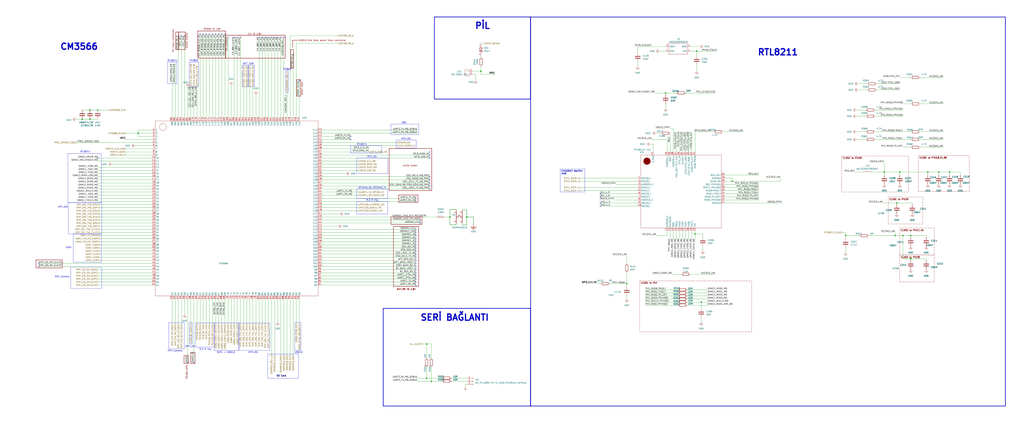
<source format=kicad_sch>
(kicad_sch (version 20231120) (generator "eeschema") (generator_version "8.0")
  (paper "User" 838.2 355.6)
  (junction (at 393.7 58.3465))
  (junction (at 73.66 90.17))
  (junction (at 349.25 309.88))
  (junction (at 734.06 166.37))
  (junction (at 67.31 97.79))
  (junction (at 739.14 193.04))
  (junction (at 349.25 281.94))
  (junction (at 736.6 140.97))
  (junction (at 80.01 90.17))
  (junction (at 353.06 312.42))
  (junction (at 574.04 247.65))
  (junction (at 745.49 193.04))
  (junction (at 382.016 177.8))
  (junction (at 768.35 140.97))
  (junction (at 73.66 97.79))
  (junction (at 732.79 193.04))
  (junction (at 570.23 41.91))
  (junction (at 759.46 140.97))
  (junction (at 692.15 193.04))
  (junction (at 113.03 109.22))
  (junction (at 568.96 191.77))
  (junction (at 745.49 212.09))
  (junction (at 368.3 177.8))
  (junction (at 599.44 148.59))
  (junction (at 513.08 232.41))
  (junction (at 544.83 76.2))
  (junction (at 777.24 140.97))
  (junction (at 723.9 140.97))
  (no_connect (at 340.36 223.52))
  (no_connect (at 340.36 208.28))
  (no_connect (at 146.05 29.21))
  (no_connect (at 181.61 27.94))
  (no_connect (at 351.79 124.46))
  (no_connect (at 340.36 231.14))
  (no_connect (at 344.17 180.34))
  (no_connect (at 340.36 205.74))
  (no_connect (at 168.91 27.94))
  (no_connect (at 351.79 144.78))
  (no_connect (at 173.99 27.94))
  (no_connect (at 166.37 27.94))
  (no_connect (at 351.79 152.4))
  (no_connect (at 31.75 215.9))
  (no_connect (at 340.36 226.06))
  (no_connect (at 340.36 165.1))
  (no_connect (at 351.79 154.94))
  (no_connect (at 287.02 111.76))
  (no_connect (at 340.36 190.5))
  (no_connect (at 214.63 30.48))
  (no_connect (at 340.36 162.56))
  (no_connect (at 176.53 27.94))
  (no_connect (at 179.07 27.94))
  (no_connect (at 351.79 127))
  (no_connect (at 240.03 44.45))
  (no_connect (at 340.36 213.36))
  (no_connect (at 340.36 215.9))
  (no_connect (at 491.49 168.91))
  (no_connect (at 340.36 210.82))
  (no_connect (at 491.49 161.29))
  (no_connect (at 491.49 158.75))
  (no_connect (at 340.36 200.66))
  (no_connect (at 148.59 29.21))
  (no_connect (at 191.77 30.48))
  (no_connect (at 153.67 297.18))
  (no_connect (at 351.79 129.54))
  (no_connect (at 344.17 182.88))
  (no_connect (at 222.25 30.48))
  (no_connect (at 224.79 30.48))
  (no_connect (at 340.36 203.2))
  (no_connect (at 186.69 30.48))
  (no_connect (at 351.79 147.32))
  (no_connect (at 491.49 166.37))
  (no_connect (at 340.36 233.68))
  (no_connect (at 351.79 149.86))
  (no_connect (at 340.36 195.58))
  (no_connect (at 196.85 30.48))
  (no_connect (at 151.13 29.21))
  (no_connect (at 229.87 30.48))
  (no_connect (at 80.01 129.54))
  (no_connect (at 340.36 228.6))
  (no_connect (at 184.15 27.94))
  (no_connect (at 340.36 187.96))
  (no_connect (at 232.41 30.48))
  (no_connect (at 340.36 218.44))
  (no_connect (at 194.31 30.48))
  (no_connect (at 171.45 27.94))
  (no_connect (at 219.71 30.48))
  (no_connect (at 163.83 27.94))
  (no_connect (at 31.75 218.44))
  (no_connect (at 158.75 297.18))
  (no_connect (at 217.17 30.48))
  (no_connect (at 287.02 114.3))
  (no_connect (at 340.36 198.12))
  (no_connect (at 340.36 220.98))
  (no_connect (at 227.33 30.48))
  (no_connect (at 245.11 66.04))
  (no_connect (at 340.36 193.04))
  (no_connect (at 212.09 30.48))
  (wire (pts (xy 474.98 146.05) (xy 521.97 146.05)))
  (wire (pts (xy 262.89 137.16) (xy 293.37 137.16)))
  (wire (pts (xy 491.49 168.91) (xy 521.97 168.91)))
  (wire (pts (xy 386.8705 58.3465) (xy 393.7 58.3465)))
  (wire (pts (xy 168.91 36.83) (xy 168.91 96.52)))
  (wire (pts (xy 638.81 146.05) (xy 638.81 148.59)))
  (wire (pts (xy 734.06 166.37) (xy 734.06 167.64)))
  (wire (pts (xy 556.26 195.58) (xy 556.26 189.23)))
  (wire (pts (xy 745.49 193.04) (xy 745.49 194.31)))
  (wire (pts (xy 736.6 140.97) (xy 736.6 143.51)))
  (wire (pts (xy 739.14 95.25) (xy 716.28 95.25)))
  (wire (pts (xy 701.04 107.95) (xy 708.66 107.95)))
  (wire (pts (xy 736.6 63.5) (xy 745.49 63.5)))
  (wire (pts (xy 191.77 30.48) (xy 191.77 96.52)))
  (wire (pts (xy 81.28 172.72) (xy 124.46 172.72)))
  (wire (pts (xy 81.28 187.96) (xy 124.46 187.96)))
  (wire (pts (xy 173.99 34.29) (xy 173.99 96.52)))
  (wire (pts (xy 166.37 38.1) (xy 166.37 96.52)))
  (wire (pts (xy 214.63 245.11) (xy 214.63 265.43)))
  (wire (pts (xy 146.05 265.43) (xy 146.05 245.11)))
  (wire (pts (xy 171.4476 35.56) (xy 171.45 35.56)))
  (wire (pts (xy 521.97 54.61) (xy 521.97 50.8)))
  (wire (pts (xy 140.97 265.43) (xy 140.97 245.11)))
  (wire (pts (xy 349.25 281.94) (xy 349.25 293.37)))
  (wire (pts (xy 638.81 148.59) (xy 599.44 148.59)))
  (wire (pts (xy 81.28 170.18) (xy 124.46 170.18)))
  (wire (pts (xy 568.96 191.77) (xy 568.96 195.58)))
  (wire (pts (xy 262.89 109.22) (xy 341.63 109.22)))
  (wire (pts (xy 369.57 312.42) (xy 382.27 312.42)))
  (polyline (pts (xy 239.4435 33.02) (xy 243.84 33.02)) (stroke (width 0.3048) (color 132 0 0 1)))
  (wire (pts (xy 702.31 68.58) (xy 709.93 68.58)))
  (wire (pts (xy 381 314.96) (xy 381 317.5)))
  (wire (pts (xy 551.18 195.58) (xy 551.18 189.23)))
  (wire (pts (xy 84.3603 210.8182) (xy 84.3603 210.82)))
  (wire (pts (xy 717.55 68.58) (xy 736.6 68.58)))
  (wire (pts (xy 232.41 290.83) (xy 232.41 245.11)))
  (wire (pts (xy 80.01 226.06) (xy 124.46 226.06)))
  (wire (pts (xy 739.14 193.04) (xy 739.14 212.09)))
  (wire (pts (xy 80.01 139.7) (xy 124.46 139.7)))
  (wire (pts (xy 84.3603 210.82) (xy 124.46 210.82)))
  (wire (pts (xy 562.61 245.11) (xy 579.12 245.11)))
  (wire (pts (xy 599.44 146.05) (xy 593.09 146.05)))
  (wire (pts (xy 262.89 182.88) (xy 344.17 182.88)))
  (wire (pts (xy 63.5 116.84) (xy 124.46 116.84)))
  (wire (pts (xy 83.0903 213.36) (xy 124.46 213.36)))
  (wire (pts (xy 745.49 85.09) (xy 739.14 85.09)))
  (wire (pts (xy 739.14 193.04) (xy 745.49 193.04)))
  (wire (pts (xy 353.06 281.94) (xy 349.25 281.94)))
  (wire (pts (xy 772.16 114.3) (xy 753.11 114.3)))
  (wire (pts (xy 739.14 212.09) (xy 745.49 212.09)))
  (wire (pts (xy 373.38 171.704) (xy 373.38 172.72)) (stroke (width 0.254)))
  (wire (pts (xy 528.32 245.11) (xy 554.99 245.11)))
  (wire (pts (xy 148.59 265.43) (xy 148.59 245.11)))
  (wire (pts (xy 80.01 149.86) (xy 124.46 149.86)))
  (wire (pts (xy 777.24 140.97) (xy 786.13 140.97)))
  (wire (pts (xy 563.88 195.58) (xy 563.88 189.23)))
  (wire (pts (xy 575.31 191.77) (xy 568.96 191.77)))
  (wire (pts (xy 262.89 147.32) (xy 351.79 147.32)))
  (wire (pts (xy 561.34 195.58) (xy 561.34 189.23)))
  (wire (pts (xy 378.46 171.958) (xy 378.46 172.72)) (stroke (width 0.254)))
  (wire (pts (xy 572.77 38.1) (xy 565.15 38.1)))
  (wire (pts (xy 262.89 116.84) (xy 325.12 116.84)))
  (wire (pts (xy 217.17 245.11) (xy 217.17 265.43)))
  (wire (pts (xy 237.49 290.83) (xy 237.49 245.11)))
  (wire (pts (xy 621.03 151.13) (xy 593.09 151.13)))
  (wire (pts (xy 563.88 107.95) (xy 563.88 124.46)))
  (wire (pts (xy 262.89 215.9) (xy 340.36 215.9)))
  (wire (pts (xy 113.03 109.22) (xy 124.46 109.22)))
  (wire (pts (xy 184.1476 29.21) (xy 184.15 29.21)))
  (wire (pts (xy 86.9003 205.7382) (xy 86.9003 205.74)))
  (wire (pts (xy 536.7376 109.22) (xy 541.02 109.22)))
  (wire (pts (xy 181.61 245.11) (xy 181.61 265.43)))
  (wire (pts (xy 91.9803 195.58) (xy 124.46 195.58)))
  (wire (pts (xy 387.604 177.8) (xy 382.016 177.8)) (stroke (width 0.254)))
  (wire (pts (xy 287.02 111.76) (xy 262.89 111.76)))
  (wire (pts (xy 80.01 233.68) (xy 124.46 233.68)))
  (wire (pts (xy 353.06 300.99) (xy 353.06 312.42)))
  (wire (pts (xy 80.01 154.94) (xy 124.46 154.94)))
  (wire (pts (xy 521.97 43.18) (xy 521.97 38.1)))
  (wire (pts (xy 562.61 247.65) (xy 574.04 247.65)))
  (wire (pts (xy 262.89 180.34) (xy 344.17 180.34)))
  (wire (pts (xy 199.39 71.12) (xy 199.39 96.52)))
  (wire (pts (xy 262.89 195.58) (xy 340.36 195.58)))
  (wire (pts (xy 546.1 124.46) (xy 546.1 114.3)))
  (wire (pts (xy 736.6 140.97) (xy 759.46 140.97)))
  (wire (pts (xy 556.26 107.95) (xy 556.26 124.46)))
  (wire (pts (xy 81.8203 193.0382) (xy 93.2503 193.0382)))
  (wire (pts (xy 262.89 190.5) (xy 340.36 190.5)))
  (wire (pts (xy 163.83 27.94) (xy 163.83 96.52)))
  (wire (pts (xy 568.96 189.23) (xy 568.96 191.77)))
  (wire (pts (xy 302.26 124.46) (xy 262.89 124.46)))
  (wire (pts (xy 80.01 132.08) (xy 124.46 132.08)))
  (wire (pts (xy 173.9876 34.29) (xy 173.99 34.29)))
  (wire (pts (xy 262.89 162.56) (xy 340.36 162.56)))
  (wire (pts (xy 574.04 247.65) (xy 574.04 252.73)))
  (wire (pts (xy 156.21 71.12) (xy 156.21 96.52)))
  (wire (pts (xy 474.98 153.67) (xy 521.97 153.67)))
  (wire (pts (xy 262.89 210.82) (xy 340.36 210.82)))
  (wire (pts (xy 262.89 205.74) (xy 340.36 205.74)))
  (wire (pts (xy 528.32 250.19) (xy 554.99 250.19)))
  (wire (pts (xy 389.4105 60.96) (xy 386.8705 60.96)))
  (wire (pts (xy 229.87 30.48) (xy 229.87 96.52)))
  (wire (pts (xy 262.89 132.08) (xy 293.37 132.08)))
  (wire (pts (xy 692.15 203.2) (xy 692.15 207.01)))
  (wire (pts (xy 245.11 66.04) (xy 245.11 96.52)))
  (wire (pts (xy 491.49 158.75) (xy 521.97 158.75)))
  (wire (pts (xy 80.01 90.17) (xy 88.9 90.17)))
  (wire (pts (xy 535.94 76.2) (xy 544.83 76.2)))
  (wire (pts (xy 240.03 290.83) (xy 240.03 245.11)))
  (wire (pts (xy 570.23 41.91) (xy 586.74 41.91)))
  (wire (pts (xy 81.8203 203.1982) (xy 88.1703 203.1982)))
  (wire (pts (xy 262.89 213.36) (xy 340.36 213.36)))
  (wire (pts (xy 102.87 127) (xy 124.46 127)))
  (wire (pts (xy 621.03 143.51) (xy 593.09 143.51)))
  (wire (pts (xy 171.45 265.43) (xy 171.45 245.11)))
  (wire (pts (xy 204.47 71.12) (xy 204.47 96.52)))
  (wire (pts (xy 80.01 142.24) (xy 124.46 142.24)))
  (wire (pts (xy 548.64 105.41) (xy 551.18 105.41)))
  (wire (pts (xy 173.9876 28.1214) (xy 173.9876 34.29)))
  (wire (pts (xy 393.7 60.96) (xy 405.13 60.96)))
  (wire (pts (xy 224.79 30.48) (xy 224.79 96.52)))
  (wire (pts (xy 746.76 166.37) (xy 746.76 167.64)))
  (wire (pts (xy 262.89 226.06) (xy 340.36 226.06)))
  (polyline (pts (xy 239.4435 38.8443) (xy 239.4435 33.02)) (stroke (width 0.3048) (color 132 0 0 1)))
  (wire (pts (xy 81.28 180.34) (xy 124.46 180.34)))
  (wire (pts (xy 349.25 309.88) (xy 361.95 309.88)))
  (wire (pts (xy 212.09 30.48) (xy 212.09 96.52)))
  (wire (pts (xy 262.89 144.78) (xy 351.79 144.78)))
  (wire (pts (xy 368.3 171.704) (xy 368.3 177.8)) (stroke (width 0.254)))
  (wire (pts (xy 368.3 171.704) (xy 373.38 171.704)) (stroke (width 0.254)))
  (wire (pts (xy 113.03 106.68) (xy 124.46 106.68)))
  (wire (pts (xy 80.01 152.4) (xy 124.46 152.4)))
  (wire (pts (xy 575.31 201.93) (xy 575.31 205.74)))
  (wire (pts (xy 176.53 33.02) (xy 176.53 96.52)))
  (wire (pts (xy 293.37 170.18) (xy 262.89 170.18)))
  (wire (pts (xy 364.49 177.8) (xy 368.3 177.8)))
  (wire (pts (xy 739.14 120.65) (xy 745.49 120.65)))
  (wire (pts (xy 262.89 208.28) (xy 340.36 208.28)))
  (wire (pts (xy 222.25 30.48) (xy 222.25 96.52)))
  (wire (pts (xy 701.04 114.3) (xy 708.66 114.3)))
  (wire (pts (xy 262.89 231.14) (xy 340.36 231.14)))
  (wire (pts (xy 67.31 90.17) (xy 73.66 90.17)))
  (wire (pts (xy 80.01 129.54) (xy 124.46 129.54)))
  (wire (pts (xy 351.79 127) (xy 262.89 127)))
  (wire (pts (xy 262.89 200.66) (xy 340.36 200.66)))
  (wire (pts (xy 758.19 212.09) (xy 758.19 213.36)))
  (wire (pts (xy 353.06 312.42) (xy 361.95 312.42)))
  (wire (pts (xy 745.49 212.09) (xy 758.19 212.09)))
  (wire (pts (xy 566.42 107.95) (xy 566.42 124.46)))
  (wire (pts (xy 562.61 242.57) (xy 579.12 242.57)))
  (wire (pts (xy 528.32 247.65) (xy 554.99 247.65)))
  (wire (pts (xy 549.91 224.79) (xy 557.53 224.79)))
  (wire (pts (xy 90.7103 198.1182) (xy 90.7103 198.12)))
  (wire (pts (xy 179.07 245.11) (xy 179.07 265.43)))
  (wire (pts (xy 262.89 175.26) (xy 278.13 175.26)))
  (wire (pts (xy 153.67 71.12) (xy 153.67 96.52)))
  (wire (pts (xy 143.51 265.43) (xy 143.51 245.11)))
  (wire (pts (xy 758.19 193.04) (xy 758.19 194.31)))
  (wire (pts (xy 692.15 193.04) (xy 703.58 193.04)))
  (wire (pts (xy 217.17 30.48) (xy 217.17 96.52)))
  (wire (pts (xy 513.08 209.55) (xy 513.08 215.9)))
  (wire (pts (xy 768.35 140.97) (xy 768.35 143.51)))
  (wire (pts (xy 382.016 177.8) (xy 382.016 184.404)) (stroke (width 0.254)))
  (wire (pts (xy 89.4403 200.6582) (xy 89.4403 200.66)))
  (wire (pts (xy 262.89 142.24) (xy 283.21 142.24)))
  (wire (pts (xy 562.61 250.19) (xy 579.12 250.19)))
  (wire (pts (xy 405.13 60.8865) (xy 405.13 60.96)))
  (wire (pts (xy 732.79 193.04) (xy 739.14 193.04)))
  (wire (pts (xy 262.89 119.38) (xy 325.12 119.38)))
  (wire (pts (xy 772.16 107.95) (xy 753.11 107.95)))
  (wire (pts (xy 81.8203 208.2782) (xy 85.6303 208.2782)))
  (wire (pts (xy 80.01 147.32) (xy 124.46 147.32)))
  (wire (pts (xy 369.57 309.88) (xy 382.27 309.88)))
  (wire (pts (xy 692.15 193.04) (xy 692.15 195.58)))
  (wire (pts (xy 745.49 193.04) (xy 758.19 193.04)))
  (wire (pts (xy 528.32 242.57) (xy 554.99 242.57)))
  (wire (pts (xy 171.45 35.56) (xy 171.45 96.52)))
  (wire (pts (xy 768.35 140.97) (xy 777.24 140.97)))
  (wire (pts (xy 240.03 44.45) (xy 240.03 96.52)))
  (wire (pts (xy 621.03 158.75) (xy 593.09 158.75)))
  (wire (pts (xy 166.3676 38.1) (xy 166.37 38.1)))
  (wire (pts (xy 80.01 220.98) (xy 124.46 220.98)))
  (wire (pts (xy 389.4105 66.04) (xy 389.4105 60.96)))
  (wire (pts (xy 81.8203 195.5782) (xy 91.9803 195.5782)))
  (wire (pts (xy 166.37 265.43) (xy 166.37 245.11)))
  (wire (pts (xy 293.37 172.72) (xy 262.89 172.72)))
  (wire (pts (xy 102.87 124.46) (xy 124.46 124.46)))
  (wire (pts (xy 513.08 232.41) (xy 513.08 223.52)))
  (wire (pts (xy 393.7 46.9165) (xy 393.7 45.6465)))
  (wire (pts (xy 621.03 161.29) (xy 593.09 161.29)))
  (wire (pts (xy 544.83 76.2) (xy 553.72 76.2)))
  (wire (pts (xy 276.86 29.21) (xy 237.49 29.21)))
  (wire (pts (xy 181.6076 30.48) (xy 181.61 30.48)))
  (wire (pts (xy 189.23 69.85) (xy 189.23 96.52)))
  (wire (pts (xy 189.23 265.43) (xy 189.23 245.11)))
  (wire (pts (xy 207.01 71.12) (xy 207.01 96.52)))
  (wire (pts (xy 224.79 290.83) (xy 224.79 245.11)))
  (wire (pts (xy 558.8 195.58) (xy 558.8 189.23)))
  (wire (pts (xy 562.61 240.03) (xy 579.12 240.03)))
  (wire (pts (xy 80.01 137.16) (xy 124.46 137.16)))
  (wire (pts (xy 262.89 152.4) (xy 351.79 152.4)))
  (wire (pts (xy 163.83 265.43) (xy 163.83 245.11)))
  (wire (pts (xy 534.67 118.11) (xy 532.13 118.11)))
  (wire (pts (xy 93.2503 193.0382) (xy 93.2503 193.04)))
  (wire (pts (xy 504.19 151.13) (xy 521.97 151.13)))
  (wire (pts (xy 156.21 265.43) (xy 156.21 245.11)))
  (wire (pts (xy 207.01 245.11) (xy 207.01 265.43)))
  (wire (pts (xy 262.89 228.6) (xy 340.36 228.6)))
  (wire (pts (xy 591.82 107.95) (xy 608.33 107.95)))
  (wire (pts (xy 772.16 63.5) (xy 753.11 63.5)))
  (wire (pts (xy 232.41 30.48) (xy 232.41 96.52)))
  (wire (pts (xy 191.77 265.43) (xy 191.77 245.11)))
  (wire (pts (xy 73.66 90.17) (xy 80.01 90.17)))
  (wire (pts (xy 716.28 114.3) (xy 745.49 114.3)))
  (wire (pts (xy 513.08 242.57) (xy 513.08 245.11)))
  (wire (pts (xy 513.08 232.41) (xy 513.08 234.95)))
  (wire (pts (xy 548.64 109.22) (xy 548.64 124.46)))
  (wire (pts (xy 62.23 97.79) (xy 67.31 97.79)))
  (wire (pts (xy 599.44 148.59) (xy 593.09 148.59)))
  (wire (pts (xy 368.3 177.8) (xy 368.3 184.15)) (stroke (width 0.254)))
  (wire (pts (xy 113.03 109.22) (xy 113.03 106.68)))
  (wire (pts (xy 568.96 107.95) (xy 584.2 107.95)))
  (wire (pts (xy 759.46 140.97) (xy 768.35 140.97)))
  (wire (pts (xy 91.44 134.62) (xy 124.46 134.62)))
  (wire (pts (xy 158.75 71.12) (xy 158.75 96.52)))
  (wire (pts (xy 153.67 245.11) (xy 153.67 297.18)))
  (wire (pts (xy 168.9076 28.1214) (xy 168.9076 36.83)))
  (wire (pts (xy 341.63 312.42) (xy 353.06 312.42)))
  (wire (pts (xy 81.28 175.26) (xy 124.46 175.26)))
  (wire (pts (xy 89.4403 200.66) (xy 124.46 200.66)))
  (wire (pts (xy 242.57 35.56) (xy 242.57 96.52)))
  (wire (pts (xy 491.49 161.29) (xy 521.97 161.29)))
  (wire (pts (xy 234.95 290.83) (xy 234.95 245.11)))
  (wire (pts (xy 161.29 71.12) (xy 161.29 96.52)))
  (wire (pts (xy 570.23 58.42) (xy 570.23 53.34)))
  (wire (pts (xy 93.2503 193.04) (xy 124.46 193.04)))
  (wire (pts (xy 621.03 163.83) (xy 593.09 163.83)))
  (wire (pts (xy 499.11 232.41) (xy 513.08 232.41)))
  (wire (pts (xy 262.89 220.98) (xy 340.36 220.98)))
  (wire (pts (xy 212.09 245.11) (xy 212.09 265.43)))
  (wire (pts (xy 171.4476 28.1214) (xy 171.4476 35.56)))
  (wire (pts (xy 568.96 107.95) (xy 568.96 124.46)))
  (wire (pts (xy 140.97 52.07) (xy 140.97 96.52)))
  (wire (pts (xy 753.11 120.65) (xy 772.16 120.65)))
  (wire (pts (xy 570.23 41.91) (xy 565.15 41.91)))
  (wire (pts (xy 67.31 97.79) (xy 73.66 97.79)))
  (wire (pts (xy 759.46 140.97) (xy 759.46 143.51)))
  (wire (pts (xy 80.01 165.1) (xy 124.46 165.1)))
  (wire (pts (xy 214.63 30.48) (xy 214.63 96.52)))
  (wire (pts (xy 396.24 35.4865) (xy 393.7 35.4865)))
  (wire (pts (xy 80.01 157.48) (xy 124.46 157.48)))
  (wire (pts (xy 31.75 218.44) (xy 124.46 218.44)))
  (wire (pts (xy 194.31 30.48) (xy 194.31 96.52)))
  (wire (pts (xy 302.26 121.92) (xy 262.89 121.92)))
  (wire (pts (xy 110.49 119.38) (xy 124.46 119.38)))
  (wire (pts (xy 341.63 309.88) (xy 349.25 309.88)))
  (wire (pts (xy 546.1 193.04) (xy 537.21 193.04)))
  (wire (pts (xy 502.92 163.83) (xy 521.97 163.83)))
  (wire (pts (xy 621.03 156.21) (xy 593.09 156.21)))
  (wire (pts (xy 553.72 195.58) (xy 553.72 189.23)))
  (wire (pts (xy 85.6303 208.28) (xy 124.46 208.28)))
  (wire (pts (xy 382.27 314.96) (xy 381 314.96)))
  (wire (pts (xy 262.89 198.12) (xy 340.36 198.12)))
  (wire (pts (xy 81.8203 205.7382) (xy 86.9003 205.7382)))
  (wire (pts (xy 723.9 140.97) (xy 723.9 133.35)))
  (wire (pts (xy 562.61 237.49) (xy 579.12 237.49)))
  (wire (pts (xy 90.7103 198.12) (xy 124.46 198.12)))
  (wire (pts (xy 262.89 165.1) (xy 340.36 165.1)))
  (wire (pts (xy 81.8203 198.1182) (xy 90.7103 198.1182)))
  (wire (pts (xy 262.89 134.62) (xy 293.37 134.62)))
  (wire (pts (xy 702.31 73.66) (xy 709.93 73.66)))
  (wire (pts (xy 91.9803 195.5782) (xy 91.9803 195.58)))
  (wire (pts (xy 146.05 29.21) (xy 146.05 96.52)))
  (wire (pts (xy 81.28 182.88) (xy 124.46 182.88)))
  (wire (pts (xy 184.15 29.21) (xy 184.15 96.52)))
  (wire (pts (xy 351.79 154.94) (xy 262.89 154.94)))
  (wire (pts (xy 474.98 148.59) (xy 521.97 148.59)))
  (wire (pts (xy 640.08 166.37) (xy 593.09 166.37)))
  (wire (pts (xy 245.11 265.43) (xy 245.11 245.11)))
  (wire (pts (xy 732.79 193.04) (xy 732.79 190.5)))
  (wire (pts (xy 474.98 156.21) (xy 521.97 156.21)))
  (wire (pts (xy 262.89 106.68) (xy 341.63 106.68)))
  (wire (pts (xy 585.47 76.2) (xy 561.34 76.2)))
  (wire (pts (xy 566.42 195.58) (xy 566.42 189.23)))
  (wire (pts (xy 166.3676 28.1214) (xy 166.3676 38.1)))
  (wire (pts (xy 699.77 140.97) (xy 706.12 140.97)))
  (wire (pts (xy 534.67 124.46) (xy 534.67 118.11)))
  (wire (pts (xy 88.1703 203.1982) (xy 88.1703 203.2)))
  (wire (pts (xy 368.3 184.15) (xy 373.38 184.15)) (stroke (width 0.254)))
  (wire (pts (xy 179.0676 31.75) (xy 179.07 31.75)))
  (wire (pts (xy 539.75 41.91) (xy 544.83 41.91)))
  (wire (pts (xy 80.01 231.14) (xy 124.46 231.14)))
  (wire (pts (xy 176.5276 28.1214) (xy 176.5276 33.02)))
  (wire (pts (xy 378.46 184.404) (xy 378.46 182.88)) (stroke (width 0.254)))
  (wire (pts (xy 196.85 30.48) (xy 196.85 96.52)))
  (wire (pts (xy 689.61 190.5) (xy 692.15 190.5)))
  (wire (pts (xy 151.13 29.21) (xy 151.13 96.52)))
  (wire (pts (xy 80.01 144.78) (xy 124.46 144.78)))
  (wire (pts (xy 184.1476 28.1214) (xy 184.1476 29.21)))
  (wire (pts (xy 276.86 35.56) (xy 242.57 35.56)))
  (wire (pts (xy 168.91 265.43) (xy 168.91 245.11)))
  (wire (pts (xy 353.06 293.37) (xy 353.06 281.94)))
  (wire (pts (xy 551.18 105.41) (xy 551.18 124.46)))
  (wire (pts (xy 351.79 129.54) (xy 262.89 129.54)))
  (wire (pts (xy 31.75 215.9) (xy 124.46 215.9)))
  (wire (pts (xy 382.016 184.404) (xy 378.46 184.404)) (stroke (width 0.254)))
  (wire (pts (xy 701.04 95.25) (xy 708.66 95.25)))
  (wire (pts (xy 88.1703 203.2) (xy 124.46 203.2)))
  (wire (pts (xy 373.38 184.15) (xy 373.38 182.88)) (stroke (width 0.254)))
  (wire (pts (xy 574.04 247.65) (xy 579.12 247.65)))
  (wire (pts (xy 179.0676 28.1214) (xy 179.0676 31.75)))
  (wire (pts (xy 219.71 30.48) (xy 219.71 96.52)))
  (wire (pts (xy 83.0903 213.3582) (xy 83.0903 213.36)))
  (wire (pts (xy 81.8203 210.8182) (xy 84.3603 210.8182)))
  (wire (pts (xy 262.89 187.96) (xy 340.36 187.96)))
  (wire (pts (xy 574.04 260.35) (xy 574.04 264.16)))
  (wire (pts (xy 393.7 54.5365) (xy 393.7 58.3465)))
  (wire (pts (xy 262.89 149.86) (xy 351.79 149.86)))
  (wire (pts (xy 722.63 166.37) (xy 734.06 166.37)))
  (wire (pts (xy 80.01 162.56) (xy 124.46 162.56)))
  (wire (pts (xy 262.89 157.48) (xy 293.37 157.48)))
  (wire (pts (xy 113.03 111.76) (xy 124.46 111.76)))
  (wire (pts (xy 81.28 167.64) (xy 124.46 167.64)))
  (wire (pts (xy 229.87 290.83) (xy 229.87 245.11)))
  (wire (pts (xy 80.01 223.52) (xy 124.46 223.52)))
  (wire (pts (xy 544.83 88.9) (xy 544.83 85.09)))
  (wire (pts (xy 199.39 245.11) (xy 199.39 265.43)))
  (wire (pts (xy 81.28 190.5) (xy 124.46 190.5)))
  (wire (pts (xy 86.9003 205.74) (xy 124.46 205.74)))
  (wire (pts (xy 287.02 114.3) (xy 262.89 114.3)))
  (wire (pts (xy 553.72 107.95) (xy 553.72 124.46)))
  (wire (pts (xy 717.55 73.66) (xy 736.6 73.66)))
  (wire (pts (xy 176.53 245.11) (xy 176.53 265.43)))
  (wire (pts (xy 491.49 166.37) (xy 521.97 166.37)))
  (wire (pts (xy 262.89 160.02) (xy 293.37 160.02)))
  (wire (pts (xy 227.33 30.48) (xy 227.33 96.52)))
  (wire (pts (xy 176.5276 33.02) (xy 176.53 33.02)))
  (wire (pts (xy 772.16 85.09) (xy 753.11 85.09)))
  (wire (pts (xy 382.016 171.958) (xy 378.46 171.958)) (stroke (width 0.254)))
  (wire (pts (xy 81.8203 213.3582) (xy 83.0903 213.3582)))
  (wire (pts (xy 80.01 228.6) (xy 124.46 228.6)))
  (wire (pts (xy 701.04 90.17) (xy 708.66 90.17)))
  (wire (pts (xy 745.49 212.09) (xy 745.49 213.36)))
  (wire (pts (xy 143.51 52.07) (xy 143.51 96.52)))
  (wire (pts (xy 102.87 109.22) (xy 113.03 109.22)))
  (wire (pts (xy 262.89 193.04) (xy 340.36 193.04)))
  (wire (pts (xy 528.32 240.03) (xy 554.99 240.03)))
  (wire (pts (xy 546.1 114.3) (xy 533.4 114.3)))
  (wire (pts (xy 151.13 245.11) (xy 151.13 257.81)))
  (wire (pts (xy 544.83 76.2) (xy 544.83 77.47)))
  (wire (pts (xy 196.85 245.11) (xy 196.85 265.43)))
  (wire (pts (xy 777.24 140.97) (xy 777.24 143.51)))
  (wire (pts (xy 713.74 140.97) (xy 723.9 140.97)))
  (wire (pts (xy 181.61 30.48) (xy 181.61 96.52)))
  (wire (pts (xy 209.55 245.11) (xy 209.55 265.43)))
  (wire (pts (xy 262.89 203.2) (xy 340.36 203.2)))
  (wire (pts (xy 184.15 245.11) (xy 184.15 265.43)))
  (wire (pts (xy 161.29 265.43) (xy 161.29 245.11)))
  (wire (pts (xy 262.89 218.44) (xy 340.36 218.44)))
  (wire (pts (xy 692.15 190.5) (xy 692.15 193.04)))
  (wire (pts (xy 387.604 183.388) (xy 387.604 177.8)) (stroke (width 0.254)))
  (wire (pts (xy 168.9076 36.83) (xy 168.91 36.83)))
  (wire (pts (xy 201.93 245.11) (xy 201.93 265.43)))
  (bus (pts (xy -8.2449 120.65) (xy -8.2449 120.6867)))
  (wire (pts (xy 73.66 97.79) (xy 80.01 97.79)))
  (wire (pts (xy 548.64 195.58) (xy 548.64 189.23)))
  (wire (pts (xy 621.03 153.67) (xy 593.09 153.67)))
  (wire (pts (xy 565.15 224.79) (xy 585.47 224.79)))
  (wire (pts (xy 222.25 245.11) (xy 222.25 290.83)))
  (wire (pts (xy 201.93 71.12) (xy 201.93 96.52)))
  (wire (pts (xy 234.95 74.93) (xy 234.95 96.52)))
  (wire (pts (xy 521.97 38.1) (xy 544.83 38.1)))
  (wire (pts (xy 558.8 107.95) (xy 558.8 124.46)))
  (wire (pts (xy 85.6303 208.2782) (xy 85.6303 208.28)))
  (wire (pts (xy 81.28 177.8) (xy 124.46 177.8)))
  (wire (pts (xy 393.7 60.96) (xy 393.7 58.3465)))
  (wire (pts (xy 262.89 223.52) (xy 340.36 223.52)))
  (wire (pts (xy 349.25 300.99) (xy 349.25 309.88)))
  (wire (pts (xy 528.32 237.49) (xy 554.99 237.49)))
  (wire (pts (xy 219.71 245.11) (xy 219.71 265.43)))
  (wire (pts (xy 158.75 245.11) (xy 158.75 297.18)))
  (wire (pts (xy 237.49 29.21) (xy 237.49 96.52)))
  (wire (pts (xy 570.23 45.72) (xy 570.23 41.91)))
  (wire (pts (xy 293.37 139.7) (xy 262.89 139.7)))
  (wire (pts (xy 179.07 31.75) (xy 179.07 96.52)))
  (wire (pts (xy 786.13 140.97) (xy 786.13 143.51)))
  (wire (pts (xy 575.31 191.77) (xy 575.31 194.31)))
  (wire (pts (xy 209.55 77.47) (xy 209.55 96.52)))
  (wire (pts (xy 262.89 185.42) (xy 276.86 185.42)))
  (wire (pts (xy 102.87 121.92) (xy 124.46 121.92)))
  (wire (pts (xy 262.89 177.8) (xy 356.87 177.8)))
  (wire (pts (xy 80.01 160.02) (xy 124.46 160.02)))
  (wire (pts (xy 723.9 140.97) (xy 736.6 140.97)))
  (wire (pts (xy 102.87 114.3) (xy 124.46 114.3)))
  (wire (pts (xy 711.2 193.04) (xy 732.79 193.04)))
  (wire (pts (xy 113.03 109.22) (xy 113.03 111.76)))
  (wire (pts (xy 194.31 265.43) (xy 194.31 245.11)))
  (wire (pts (xy 173.99 265.43) (xy 173.99 245.11)))
  (wire (pts (xy 716.28 107.95) (xy 745.49 107.95)))
  (wire (pts (xy 204.47 245.11) (xy 204.47 265.43)))
  (wire (pts (xy 181.6076 28.1214) (xy 181.6076 30.48)))
  (wire (pts (xy 293.37 167.64) (xy 262.89 167.64)))
  (wire (pts (xy 723.9 140.97) (xy 723.9 143.51)))
  (wire (pts (xy 382.016 177.8) (xy 382.016 171.958)) (stroke (width 0.254)))
  (wire (pts (xy 546.1 189.23) (xy 546.1 193.04)))
  (wire (pts (xy 599.44 146.05) (xy 599.44 148.59)))
  (wire (pts (xy 227.33 245.11) (xy 227.33 264.16)))
  (wire (pts (xy 488.95 232.41) (xy 491.49 232.41)))
  (wire (pts (xy 81.8203 200.6582) (xy 89.4403 200.6582)))
  (wire (pts (xy 734.06 166.37) (xy 746.76 166.37)))
  (wire (pts (xy 262.89 233.68) (xy 340.36 233.68)))
  (wire (pts (xy 561.34 107.95) (xy 561.34 124.46)))
  (wire (pts (xy 242.57 265.43) (xy 242.57 245.11)))
  (wire (pts (xy 148.59 29.21) (xy 148.59 96.52)))
  (wire (pts (xy 345.44 281.94) (xy 349.25 281.94)))
  (wire (pts (xy 739.14 90.17) (xy 716.28 90.17)))
  (wire (pts (xy 386.8705 58.3465) (xy 386.8705 58.42)))
  (wire (pts (xy 186.69 265.43) (xy 186.69 245.11)))
  (wire (pts (xy 186.69 30.48) (xy 186.69 96.52)))
  (wire (pts (xy 81.28 185.42) (xy 124.46 185.42)))
  (rectangle (start 184.655 28.8936) (end 233.4387 47.6896) (stroke (width 0.3048) (color 132 0 0 1)))
  (rectangle (start 154.94 264.16) (end 157.48 281.94))
  (rectangle (start 156.0197 288.7472) (end 159.6475 297.877) (stroke (width 0.3048) (color 132 0 0 1)))
  (rectangle (start 160.0229 264.7278) (end 175.2629 284.48))
  (rectangle (start 195.625 264.6478) (end 220.98 286.9998))
  (rectangle (start 237.9636 40.6423) (end 240.3235 55.88) (stroke (width 0.3048) (color 132 0 0 1)))
  (rectangle (start 434.34 13.97) (end 822.96 332.74) (stroke (width 0.508)))
  (rectangle (start 146.3526 26.2499) (end 151.6732 40.64) (stroke (width 0.3048) (color 132 0 0 1)))
  (rectangle (start 324.2764 114.7279) (end 340.7221 121.2571))
  (rectangle (start 203.2 53.34) (end 208.28 71.12))
  (rectangle (start 150.6329 291.3096) (end 154.1889 297.9136) (stroke (width 0.3048) (color 132 0 0 1)))
  (rectangle (start 322.072 185.674) (end 342.646 234.696) (stroke (width 0.3048) (color 132 0 0 1)))
  (rectangle (start 241.3 264.16) (end 246.38 287.02))
  (rectangle (start 137.16 50.8) (end 144.78 68.58))
  (rectangle (start 57.8265 219.0054) (end 83.2265 236.22))
  (rectangle (start 320.04 101.6) (end 342.9 110.3095))
  (rectangle (start 287.02 119.38) (end 312.42 125.4279))
  (rectangle (start 198.12 53.34) (end 203.2 71.12))
  (rectangle (start 326.443 159.7182) (end 342.163 165.8361) (stroke (width 0.3048) (color 132 0 0 1)))
  (rectangle (start 161.7956 25.4) (end 184.6556 47.7025) (stroke (width 0.3048) (color 132 0 0 1)))
  (rectangle (start 60.0435 191.7091) (end 82.9889 214.8958))
  (rectangle (start 175.26 264.668) (end 195.58 287.02))
  (rectangle (start 55.88 166.0672) (end 83.281 191.6623))
  (rectangle (start 320.04 177.8) (end 345.44 183.9179) (stroke (width 0.3048) (color 132 0 0 1)))
  (rectangle (start 55.626 125.73) (end 82.804 166.116))
  (rectangle (start 242.7438 65.3436) (end 246.0458 78.74) (stroke (width 0.3048) (color 132 0 0 1)))
  (rectangle (start 138.1244 264.3982) (end 150.8244 285.9882))
  (rectangle (start 154.94 50.8) (end 162.56 71.12))
  (rectangle (start 233.7606 58.056) (end 236.0466 75.836))
  (rectangle (start 292.1 129.54) (end 317.5 142.24))
  (rectangle (start 143.8579 26.2574) (end 146.3167 40.6437) (stroke (width 0.3048) (color 132 0 0 1)))
  (rectangle (start 313.69 252.73) (end 434.34 332.74) (stroke (width 0.508)))
  (rectangle (start 160.02 297.18) (end 160.02 297.18))
  (rectangle (start 29.4698 212.9278) (end 50.8764 219.5289) (stroke (width 0.3048) (color 132 0 0 1)))
  (rectangle (start 318.5308 121.6833) (end 353.4174 156.21) (stroke (width 0.3048) (color 132 0 0 1)))
  (rectangle (start 355.6 13.8965) (end 434.34 81.2065) (stroke (width 0.508)))
  (rectangle (start 292.1 154.94) (end 317.5 162.56))
  (rectangle (start 218.9998 290.1839) (end 244.3548 309.88))
  (rectangle (start 292.1 165.1) (end 317.5 175.26))
  (text_box "ETHERNET SWITCH HUB\n\n" (at 458.47 138.43 0) (size 20.32 19.05) (effects (font (size 1.27 1.27) (bold yes)) (justify left top)))
  (text_box "CLOSE to PIN30\n" (at 688.848 127.762 0) (size 54.864 29.464) (stroke (width 0) (type dash) (color 132 0 0 1)) (effects (font (size 1.27 1.27) (thickness 0.254) (bold yes)) (justify left top)))
  (text_box "CLOSE to PIN3,8,21,38\n\n" (at 751.586 127.508 0) (size 41.91 29.464) (stroke (width 0) (type dash) (color 132 0 0 1)) (effects (font (size 1.27 1.27) (thickness 0.254) (bold yes)) (justify left top)))
  (text_box "CLOSE to PIN28\n\n\n\n" (at 736.346 209.042 0) (size 28.448 22.098) (stroke (width 0) (type dash) (color 132 0 0 1)) (effects (font (size 1.27 1.27) (thickness 0.254) (bold yes)) (justify left top)))
  (text_box "CLOSE to PIN11,40\n\n\n\n" (at 736.346 186.944 0) (size 28.448 22.098) (stroke (width 0) (type dash) (color 132 0 0 1)) (effects (font (size 1.27 1.27) (thickness 0.254) (bold yes)) (justify left top)))
  (text_box "CLOSE to PHY\n\n\n\n\n" (at 523.494 230.124 0) (size 91.694 41.91) (stroke (width 0) (type dash) (color 132 0 0 1)) (effects (font (size 1.27 1.27) (thickness 0.254) (bold yes)) (justify left top)))
  (text_box "CLOSE to PIN29\n\n\n" (at 726.948 161.544 0) (size 28.448 22.098) (stroke (width 0) (type dash) (color 132 0 0 1)) (effects (font (size 1.27 1.27) (thickness 0.254) (bold yes)) (justify left top)))
  (text "MIPI_DSI\n" (at 207.264 288.798 0) (effects (font (size 1.27 1.27))))
  (text "RP2040_RX/RP2040_TX\n" (at 304.8 153.924 0) (effects (font (size 1.27 1.27))))
  (text "MIPI_DSI\n" (at 51.562 169.672 0) (effects (font (size 1.27 1.27))))
  (text "PİL" (at 394.97 21.2625 0) (effects (font (size 5.08 5.08) (bold yes))))
  (text "RTL8211\n" (at 141.224 49.784 0) (effects (font (size 1.27 1.27))))
  (text "RTL8211" (at 636.778 42.926 0) (effects (font (size 5.08 5.08) (bold yes))))
  (text "MIPI_DSI\n" (at 332.486 113.792 0) (effects (font (size 1.27 1.27))))
  (text "MIPI_Camera\n" (at 143.256 287.528 0) (effects (font (size 1.27 1.27))))
  (text "BT656 IO 1.8V" (at 173.736 23.876 0) (effects (font (size 1.27 1.27))))
  (text "RTL8211" (at 296.164 118.364 0) (effects (font (size 1.27 1.27))))
  (text "RTL8211\n" (at 69.85 124.46 0) (effects (font (size 1.27 1.27))))
  (text "AUDIO CODEC" (at 152.908 33.274 90) (effects (font (size 1.27 1.27))))
  (text "MIPI_Camera\n" (at 50.8 226.822 0) (effects (font (size 1.27 1.27))))
  (text "CIF IO 1.8V\n" (at 208.534 27.94 0) (effects (font (size 1.27 1.27))))
  (text "DBG\n" (at 330.708 100.584 0) (effects (font (size 1.27 1.27))))
  (text "SATA + USB2.0\n\n" (at 184.912 289.814 0) (effects (font (size 1.27 1.27))))
  (text "M2 input controller\n\n" (at 142.748 33.528 90) (effects (font (size 1.27 1.27))))
  (text "TP2855\n\n" (at 158.75 50.8 0) (effects (font (size 1.27 1.27))))
  (text "MIPI_DSI\n" (at 304.546 128.524 0) (effects (font (size 1.27 1.27))))
  (text "CM3566" (at 64.77 38.354 0) (effects (font (size 5.08 5.08) (bold yes))))
  (text "TP2855\n" (at 234.95 56.896 0) (effects (font (size 1.27 1.27))))
  (text "M.2 M Key" (at 304.8 164.084 0) (effects (font (size 1.27 1.27))))
  (text "Audio Codec " (at 336.296 135.89 0) (effects (font (size 1.27 1.27))))
  (text "MIPI_DSI" (at 155.702 283.972 0) (effects (font (size 1.27 1.27))))
  (text "WIFI/BT IO 1.8V\n" (at 332.486 237.236 0) (effects (font (size 1.27 1.27) (thickness 0.254) (bold yes))))
  (text "M.2 M Key" (at 168.148 286.258 0) (effects (font (size 1.27 1.27))))
  (text "SERİ BAĞLANTI " (at 374.142 260.35 0) (effects (font (size 5.08 5.08) (bold yes))))
  (text "SD Card" (at 230.378 308.102 0) (effects (font (size 1.27 1.27) (thickness 0.254) (bold yes))))
  (text "SPDIF-OUT\n" (at 247.396 72.644 90) (effects (font (size 1.27 1.27))))
  (text "USB2.0" (at 244.348 288.798 0) (effects (font (size 1.27 1.27))))
  (text "USB2.0 And Sata power input controller\n\n" (at 263.8275 34.2723 0) (effects (font (size 1.27 1.27))))
  (text "HDMI\n" (at 56.134 202.946 0) (effects (font (size 1.27 1.27))))
  (text "GSM\n" (at 205.74 52.324 0) (effects (font (size 1.27 1.27))))
  (text "WİFİ\n" (at 200.66 52.324 0) (effects (font (size 1.27 1.27))))
  (text "RS485/GPS\n" (at 152.908 305.054 90) (effects (font (size 1.27 1.27))))
  (label "VCC3V3_LAN" (at 533.4 114.3 180))
  (label "PHY_RXD2{slash}PLLOFF" (at 528.32 242.57 0))
  (label "BT_WAKE_HOST_H" (at 340.36 220.98 180))
  (label "SDMMC1_D2" (at 340.36 198.12 180))
  (label "GMAC1_TXD0_M0" (at 80.01 137.16 180))
  (label "CIF_8BIT_D5" (at 224.79 30.48 270))
  (label "PHY_CLKOUT125" (at 558.8 107.95 270))
  (label "RXI_1_N" (at 491.49 161.29 0))
  (label "I2S1_MCLK_M0_PMIC" (at 351.79 144.78 180))
  (label "VCC3V3_LAN" (at 732.79 190.5 180))
  (label "CAMERAF_RST_L" (at 234.95 77.47 270))
  (label "PHY_RXD0{slash}RXDLY" (at 739.14 107.95 180))
  (label "VOP_BT656_D3_M1" (at 173.9876 28.1214 270))
  (label "GMAC1_RXCLK_M0" (at 80.01 157.48 180))
  (label "VCC3V3_LAN" (at 722.63 166.37 180))
  (label "I2S2_SDO_M0" (at 340.36 205.74 180))
  (label "PHY_RXCLK{slash}PHYAD1" (at 528.32 247.65 0))
  (label "SATA0_TXP" (at 176.53 247.65 270))
  (label "GPIO4_B5_d_1V8" (at 161.29 71.12 270))
  (label "SDMMC1_CLK" (at 340.36 187.96 180))
  (label "PHY_RXD3{slash}PHYAD0" (at 528.32 245.11 0))
  (label "GPIO0_A5_d" (at 146.05 29.21 270))
  (label "CIF_8BIT_CLKIN" (at 191.77 30.48 270))
  (label "CIF_8BIT_D1" (at 214.63 30.48 270))
  (label "SDMMC1_CMD" (at 340.36 190.5 180))
  (label "VCC3V3_LAN" (at 513.08 209.55 180))
  (label "SATA0_RXP" (at 181.61 247.65 270))
  (label "PHY_RXD3{slash}PHYAD0" (at 739.14 85.09 180))
  (label "UART1_CTSn_M0" (at 340.36 226.06 180))
  (label "VOP_BT656_D7_M1" (at 184.1476 28.1214 270))
  (label "WIFI_WAKE_HOST_H" (at 340.36 215.9 180))
  (label "GMAC1_TXD0_M0" (at 563.88 195.58 270))
  (label "GMAC1_RXDV_CRS_M0" (at 579.12 250.19 0))
  (label "VCC3V3_LAN" (at 772.16 107.95 180))
  (label "GMAC1_MDIO_M0" (at 143.51 52.07 270))
  (label "GMAC1_MDIO_M0" (at 549.91 224.79 180))
  (label "LED2{slash}CFG_LDO1" (at 736.6 73.66 180))
  (label "LED0{slash}CFG_EXT" (at 566.42 107.95 270))
  (label "SDMMC1_D0" (at 340.36 193.04 180))
  (label "I2S1_SDO0_M0_PMIC" (at 351.79 147.32 180))
  (label "PHY_RXDV{slash}PHYAD2" (at 528.32 250.19 0))
  (label "UART5_RX_M1" (at 287.02 114.3 180))
  (label "PHY_RXD1{slash}TXDLY" (at 621.03 158.75 180))
  (label "UART2_TX_M0_DEBUG" (at 341.63 106.68 180))
  (label "SDMMC1_D3" (at 340.36 200.66 180))
  (label "RXI_1_P" (at 491.49 158.75 0))
  (label "VCC3V3_LAN" (at 772.16 114.3 180))
  (label "BT_REG_ON_H" (at 340.36 223.52 180))
  (label "I2S1_LRCK_TX_M0_PMIC" (at 351.79 154.94 180))
  (label "MIPI_CSI_RX_CLK1P" (at 31.75 218.44 0))
  (label "I2C4_SCL_M0_1V8" (at 156.21 71.12 270))
  (label "GMAC1_TXD2_M0" (at 80.01 160.02 180))
  (label "PHY_CLKOUT125" (at 585.47 76.2 180))
  (label "PHY_RXCLK{slash}PHYAD1" (at 739.14 90.17 180))
  (label "GMAC1_TXCLK_M0" (at 80.01 165.1 180))
  (label "VCC3V3_LAN" (at 585.47 224.79 180))
  (label "CIF_8BIT_D0" (at 212.09 30.48 270))
  (label "PMIC_32KOUT_SOC" (at 63.5 116.84 0))
  (label "VCC3V3_LAN" (at 772.16 85.09 180))
  (label "GMAC1_RXD1_M0" (at 80.01 147.32 180))
  (label "PHY_RXD2{slash}PLLOFF" (at 621.03 161.29 180))
  (label "I2S2_SDI_M0" (at 340.36 203.2 180))
  (label "I2S2_LRCK_TX_M0" (at 340.36 208.28 180))
  (label "UART2_TX_M0_DEBUG" (at 341.63 312.42 180))
  (label "GMAC1_TXEN_M0" (at 566.42 195.58 270))
  (label "UART1_RTSn_M0" (at 340.36 228.6 180))
  (label "WIFI_REG_ON_H" (at 340.36 213.36 180))
  (label "GMAC1_TXD1_M0" (at 80.01 139.7 180))
  (label "VCC3V3_LAN" (at 638.81 146.05 180))
  (label "CIF_CLKOUT" (at 186.69 30.48 270))
  (label "LED1{slash}CFG_LDO0" (at 563.88 107.95 270))
  (label "LED2{slash}CFG_LDO1" (at 561.34 107.95 270))
  (label "VCC3V3_LAN" (at 537.21 193.04 180))
  (label "UART2_RX_M0_DEBUG" (at 341.63 109.22 180))
  (label "UART1_TX_M0" (at 340.36 231.14 180))
  (label "PHY_RXDV{slash}PHYAD2" (at 621.03 153.67 180))
  (label "PHY_RXD0{slash}RXDLY" (at 528.32 237.49 0))
  (label "GMAC1_TXD1_M0" (at 561.34 195.58 270))
  (label "REG_OUT" (at 699.77 140.97 180))
  (label "GMAC1_MDIO_M0" (at 553.72 195.58 270))
  (label "GMAC1_TXCLK_M0" (at 568.96 195.58 270))
  (label "UART3_TX_M0" (at 340.36 162.56 180))
  (label "LED0{slash}CFG_EXT" (at 736.6 63.5 180))
  (label "PHY_RXD0{slash}RXDLY" (at 621.03 156.21 180))
  (label "TXO_1_N" (at 491.49 168.91 0))
  (label "SDMMC1_D1" (at 340.36 195.58 180))
  (label "CIF_8BIT_VSYNC" (at 196.85 30.48 270))
  (label "PHY0_XTALOUT" (at 533.4 38.1 180))
  (label "SPDIF_TX_M2" (at 245.11 66.04 270))
  (label "I2C1_SCL" (at 148.59 29.21 270))
  (label "VRTC" (at 405.13 60.8865 180) (effects (font (bold yes))))
  (label "VDD10_EPHY" (at 723.9 133.35 180))
  (label "GMAC1_RXD2_M0" (at 80.01 154.94 180))
  (label "GPIO0_A3_u" (at 240.03 44.45 270))
  (label "PHY-Reset" (at 511.81 232.41 180))
  (label "UART2_RX_M0_DEBUG" (at 341.63 309.88 180))
  (label "RSET" (at 548.64 111.76 270))
  (label "GMAC1_RXD3_M0" (at 80.01 152.4 180))
  (label "UART4_TX_M0" (at 288.29 157.48 180))
  (label "SATA0_RXN" (at 184.15 247.65 270))
  (label "CAMERAB_RST_L" (at 232.41 30.48 270))
  (label "CIF_8BIT_D2" (at 217.17 30.48 270))
  (label "GMAC1_RXD2_M0" (at 579.12 242.57 0))
  (label "TXO_1_P" (at 491.49 166.37 0))
  (label "LED1{slash}CFG_LDO0" (at 736.6 68.58 180))
  (label "PWM5" (at 153.67 297.18 90))
  (label "PWM3_IR" (at 158.75 297.18 90))
  (label "VCC3V3_LAN" (at 772.16 63.5 180))
  (label "UART5_TX_M1" (at 287.02 111.76 180))
  (label "VDD10_EPHY" (at 548.64 105.41 180))
  (label "SPI3_CLK_M1" (at 302.26 121.92 180))
  (label "SATA0_TXN" (at 179.07 247.65 270))
  (label "SARADC_VIN3" (at 344.17 182.88 180))
  (label "VDD10_EPHY" (at 504.19 151.13 180))
  (label "VCC3V3_LAN" (at 608.33 107.95 180))
  (label "PHY0_XTALIN" (at 556.26 107.95 270))
  (label "GMAC1_RXER_M0" (at 80.01 129.54 180))
  (label "SPI3_MOSI_M1" (at 582.023 107.95 180))
  (label "PHY_RXD3{slash}PHYAD0" (at 621.03 163.83 180))
  (label "VOP_BT656_CLK_M1" (at 163.83 28.1214 270))
  (label "SPI3_MOSI_M1" (at 302.26 124.46 180))
  (label "HOST_WAKE_BT_H" (at 340.36 218.44 180))
  (label "I2C4_SDA_M0_1V8" (at 158.75 71.12 270))
  (label "VOP_BT656_D4_M1" (at 176.5276 28.1214 270))
  (label "GMAC1_RXD0_M0" (at 80.01 149.86 180))
  (label "CIF_8BIT_D4" (at 222.25 30.48 270))
  (label "GMAC1_RXD1_M0" (at 579.12 240.03 0))
  (label "I2S2_SCLK_TX_M0" (at 340.36 210.82 180))
  (label "VRTC" (at 102.87 114.3 180) (effects (font (bold yes))))
  (label "PHY_RXDV{slash}PHYAD2" (at 739.14 95.25 180))
  (label "VOP_BT656_D2_M1" (at 171.4476 28.1214 270))
  (label "REG_OUT" (at 621.03 143.51 180))
  (label "GMAC1_TXEN_M0" (at 80.01 142.24 180))
  (label "GMAC1_RXD0_M0" (at 579.12 237.49 0))
  (label "GMAC1_MDC_M0" (at 140.97 52.07 270))
  (label "GMAC1_RXCLK_M0" (at 579.12 247.65 0))
  (label "PHY_RXD2{slash}PLLOFF" (at 739.14 120.65 180))
  (label "GMAC1_RXDV_CRS_M0" (at 80.01 144.78 180))
  (label "CIF_8BIT_HREF" (at 194.31 30.48 270))
  (label "CIF_8BIT_D3" (at 219.71 30.48 270))
  (label "GMAC1_MCLKINOUT_M0" (at 535.94 76.2 180))
  (label "GMAC1_TXD2_M0" (at 558.8 195.58 270))
  (label "GMAC1_TXD3_M0" (at 80.01 162.56 180))
  (label "I2S1_SCLK_TX_M0_PMIC" (at 351.79 149.86 180))
  (label "SPI3_MISO_M1" (at 351.79 127 180))
  (label "VOP_BT656_D1_M1" (at 168.9076 28.1214 270))
  (label "SPI3_CLK_M1" (at 488.95 232.41 180) (effects (font (bold yes))))
  (label "GMAC1_RXD3_M0" (at 579.12 245.11 0))
  (label "PHY0_XTALOUT" (at 553.72 107.95 270))
  (label "PHY_RXD1{slash}TXDLY" (at 739.14 114.3 180))
  (label "MIPI_CSI_RX_CLK1N" (at 31.75 215.9 0))
  (label "UART1_RX_M0" (at 340.36 233.68 180))
  (label "GMAC1_TXD3_M0" (at 556.26 195.58 270))
  (label "CIF_8BIT_D6" (at 227.33 30.48 270))
  (label "SPI3_CS0_M1" (at 351.79 129.54 180))
  (label "SARADC_VIN2_HP_HOOK" (at 344.17 180.34 180))
  (label "GMAC1_MCLKINOUT_M0" (at 80.01 132.08 180))
  (label "PHY0_XTALIN" (at 586.74 41.91 180))
  (label "SARADC_VIN0_KEY{slash}RECOVERY" (at 349.25 177.8 180))
  (label "VCC3V3_LAN" (at 772.16 120.65 180))
  (label "VDD10_EPHY" (at 502.92 163.83 180))
  (label "UART4_RX_M0" (at 288.29 160.02 180))
  (label "UART3_RX_M0" (at 340.36 165.1 180))
  (label "I2C1_SDA" (at 151.13 29.21 270))
  (label "PHY_RXD1{slash}TXDLY" (at 528.32 240.03 0))
  (label "VOP_BT656_D6_M1" (at 181.6076 28.1214 270))
  (label "VOP_BT656_D5_M1" (at 179.0676 28.1214 270))
  (label "PHY-Reset" (at 548.64 195.58 270))
  (label "VOP_BT656_D0_M1" (at 166.3676 28.1214 270))
  (label "I2S1_SDI0_M0{slash}PDM_SDI0_M0_PMIC" (at 351.79 152.4 180))
  (label "VDD10_EPHY" (at 640.08 166.37 180))
  (label "PHY_RXCLK{slash}PHYAD1" (at 621.03 151.13 180))
  (label "CIF_8BIT_D7" (at 229.87 30.48 270))
  (label "GMAC1_MDC_M0" (at 551.18 195.58 270))
  (hierarchical_label "MIPI_DSI_TX0_D2N" (shape output) (at 81.28 172.72 180))
  (hierarchical_label "MIPI_CSI_RX_CLK0P" (shape input) (at 148.59 265.43 270))
  (hierarchical_label "PHY1_MDI0-" (shape input) (at 474.98 148.59 180))
  (hierarchical_label "MIPI_DSI_TX1_D3N" (shape output) (at 212.09 265.43 270))
  (hierarchical_label "USB3_OTG0_DN" (shape input) (at 186.69 265.43 270))
  (hierarchical_label "PHY1_MDI0+" (shape input) (at 474.98 146.05 180))
  (hierarchical_label "MIPI_CSI_RX_D0N" (shape input) (at 140.97 265.43 270))
  (hierarchical_label "UART4_RX{slash}PWM1_M0" (shape input) (at 293.37 160.02 0))
  (hierarchical_label "MIPI_CSI_RX_D0P" (shape input) (at 143.51 265.43 270))
  (hierarchical_label "MIPI_DSI_TX0_D1N" (shape output) (at 81.28 177.8 180))
  (hierarchical_label "USB3_HOST1_DN" (shape input) (at 194.31 265.43 270))
  (hierarchical_label "SDMMC0_D3" (shape input) (at 232.41 290.83 270))
  (hierarchical_label "MIPI_CSI_RX_D1N" (shape input) (at 80.01 233.68 180))
  (hierarchical_label "I2C4_SDA_M0_1V8" (shape input) (at 158.75 71.12 90))
  (hierarchical_label "HDMITX_CEC_M0" (shape input) (at 102.87 121.92 180))
  (hierarchical_label "RTL8211_3.3V" (shape input) (at 689.61 190.5 180))
  (hierarchical_label "USB3_HOST1_SSTXN" (shape input) (at 179.07 265.43 270))
  (hierarchical_label "USB2_HOST2_DP" (shape input) (at 204.47 71.12 90))
  (hierarchical_label "HDMI_TX0P" (shape input) (at 81.8203 203.1982 180))
  (hierarchical_label "I2C4_SCL_M0_1V8" (shape input) (at 156.21 71.12 90))
  (hierarchical_label "USB3_HOST1_SSRXP" (shape input) (at 181.61 265.43 270))
  (hierarchical_label "PMIC_32KOUT_SOC" (shape input) (at 63.5 116.84 180))
  (hierarchical_label "HDMI_TXCLKP_PORT" (shape input) (at 81.8203 198.1182 180))
  (hierarchical_label "MIPI_DSI_TX0_CLKP" (shape output) (at 81.28 190.5 180))
  (hierarchical_label "USB3_OTG0_VBUSDET" (shape input) (at 245.11 265.43 270))
  (hierarchical_label "MIPI_DSI_TX1_D3P" (shape output) (at 214.63 265.43 270))
  (hierarchical_label "MIPI_DSI_TX0_D1P" (shape output) (at 81.28 180.34 180))
  (hierarchical_label "CM3566_3.3V" (shape input) (at 88.9 90.17 0))
  (hierarchical_label "PCIE20_TXP" (shape input) (at 168.91 265.43 270))
  (hierarchical_label "MIPI_DSI_TX1_CLKP" (shape output) (at 219.71 265.43 270))
  (hierarchical_label "SDMMC0_D1" (shape input) (at 237.49 290.83 270))
  (hierarchical_label "USB2_HOST3_DN" (shape input) (at 199.39 71.12 90))
  (hierarchical_label "USB2_HOST3_DP" (shape input) (at 201.93 71.12 90))
  (hierarchical_label "USB3_OTG0_ID" (shape input) (at 242.57 265.43 270))
  (hierarchical_label "HDMI_TX0N" (shape input) (at 81.8203 200.6582 180))
  (hierarchical_label "HDMI_TXCLKN_PORT" (shape input) (at 81.8203 195.5782 180))
  (hierarchical_label "ALL_3.3V" (shape input) (at 345.44 281.94 180))
  (hierarchical_label "MIPI_DSI_TX1_D0N" (shape output) (at 207.01 265.43 270))
  (hierarchical_label "SPI0_CLK_M0" (shape output) (at 293.37 132.08 0))
  (hierarchical_label "HDMI_TX1N" (shape input) (at 81.8203 205.7382 180))
  (hierarchical_label "GPIO4_B5_d_1V8" (shape input) (at 161.29 71.12 90))
  (hierarchical_label "USB3_OTG0_DP" (shape input) (at 189.23 265.43 270))
  (hierarchical_label "MIPI_DSI_TX1_CLKN" (shape output) (at 217.17 265.43 270))
  (hierarchical_label "PCIE20_WAKEn_M2" (shape input) (at 293.37 170.18 0))
  (hierarchical_label "CM3566_3.3V" (shape input) (at 102.87 109.22 180))
  (hierarchical_label "USB3_HOST1_SSTXP" (shape input) (at 176.53 265.43 270))
  (hierarchical_label "PCIE20_REFCLKN" (shape input) (at 173.99 265.43 270))
  (hierarchical_label "PCIE20_RXP" (shape input) (at 161.29 265.43 270))
  (hierarchical_label "MIPI_DSI_TX0_CLKN" (shape output) (at 81.28 187.96 180))
  (hierarchical_label "HDMITX_SCL" (shape input) (at 102.87 127 180))
  (hierarchical_label "HDMI_TX_HPDIN" (shape input) (at 81.8203 193.0382 180))
  (hierarchical_label "LCD0_BL_PWM4" (shape output) (at 156.21 265.43 270))
  (hierarchical_label "MIPI_CSI_RX_D3N" (shape input) (at 80.01 220.98 180))
  (hierarchical_label "HDMI_TX2P" (shape input) (at 81.8203 213.3582 180))
  (hierarchical_label "USB3_HOST1_DP" (shape input) (at 191.77 265.43 270))
  (hierarchical_label "PCIE20_REFCLKP" (shape input) (at 171.45 265.43 270))
  (hierarchical_label "SPI3_MOSI_M1" (shape input) (at 302.26 124.46 0))
  (hierarchical_label "SDMMC0_D0" (shape input) (at 240.03 290.83 270))
  (hierarchical_label "MIPI_DSI_TX0_D0N" (shape output) (at 81.28 182.88 180))
  (hierarchical_label "MIPI_CSI_RX_D2N" (shape input) (at 80.01 226.06 180))
  (hierarchical_label "UART4_TX{slash}GPIO0_C1" (shape input) (at 293.37 157.48 0))
  (hierarchical_label "MIPI_DSI_TX0_D3P" (shape output) (at 81.28 170.18 180))
  (hierarchical_label "MIPI_DSI_TX0_D3N" (shape output) (at 81.28 167.64 180))
  (hierarchical_label "SPI0_CS0_M0" (shape output) (at 293.37 139.7 0))
  (hierarchical_label "GPIO0_A6_d" (shape input) (at 276.86 35.56 0))
  (hierarchical_label "SDMMC0_D2" (shape input) (at 234.95 290.83 270))
  (hierarchical_label "SDMMC0_DET_L" (shape input) (at 222.25 290.83 270))
  (hierarchical_label "SPI0_MISO_M0" (shape input) (at 293.37 137.16 0))
  (hierarchical_label "GPIO0_A0_d" (shape input) (at 276.86 29.21 0))
  (hierarchical_label "SDMMC0_CLK" (shape input) (at 224.79 290.83 270))
  (hierarchical_label "SPI0_MOSI_M0" (shape passive) (at 293.37 134.62 0))
  (hierarchical_label "PCIE20_PERSTn_M2" (shape input) (at 293.37 172.72 0))
  (hierarchical_label "USB2_HOST2_DN" (shape input) (at 207.01 71.12 90))
  (hierarchical_label "PHY1_MDI1-" (shape input) (at 474.98 156.21 180))
  (hierarchical_label "HDMITX_SDA" (shape input) (at 102.87 124.46 180))
  (hierarchical_label "MIPI_CSI_RX_D3P" (shape input) (at 80.01 223.52 180))
  (hierarchical_label "MIPI_DSI_TX1_D2N" (shape output) (at 196.85 265.43 270))
  (hierarchical_label "MIPI_CSI_RX_D2P" (shape input) (at 80.01 228.6 180))
  (hierarchical_label "3.3V_Sensor" (shape input) (at 396.24 35.4865 0))
  (hierarchical_label "PCIE20_RXN" (shape input) (at 163.83 265.43 270))
  (hierarchical_label "SDMMC0_CMD" (shape input) (at 229.87 290.83 270))
  (hierarchical_label "MIPI_DSI_TX1_D1N" (shape output) (at 201.93 265.43 270))
  (hierarchical_label "PHY1_MDI1+" (shape input) (at 474.98 153.67 180))
  (hierarchical_label "PWM0_M0" (shape input) (at 325.12 116.84 0))
  (hierarchical_label "MIPI_DSI_TX0_D2P" (shape output) (at 81.28 175.26 180))
  (hierarchical_label "HDMI_TX2N" (shape input) (at 81.8203 210.8182 180))
  (hierarchical_label "MIPI_DSI_TX1_D0P" (shape output) (at 209.55 265.43 270))
  (hierarchical_label "USB3_HOST1_SSRXN" (shape input) (at 184.15 265.43 270))
  (hierarchical_label "HDMI_TX1P" (shape input) (at 81.8203 208.2782 180))
  (hierarchical_label "LCD_PWREN_H" (shape input) (at 325.12 119.38 0))
  (hierarchical_label "PCIE20_TXN" (shape input) (at 166.37 265.43 270))
  (hierarchical_label "CAMERAF_RST_L" (shape input) (at 234.95 74.93 90))
  (hierarchical_label "MIPI_DSI_TX1_D2P" (shape output) (at 199.39 265.43 270))
  (hierarchical_label "MIPI_CSI_RX_CLK0N" (shape input) (at 146.05 265.43 270))
  (hierarchical_label "MIPI_DSI_TX0_D0P" (shape output) (at 81.28 185.42 180))
  (hierarchical_label "MIPI_DSI_TX1_D1P" (shape output) (at 204.47 265.43 270))
  (hierarchical_label "MIPI_CSI_RX_D1P" (shape input) (at 80.01 231.14 180))
  (hierarchical_label "PCIE20_CLKREQn_M2" (shape input) (at 293.37 167.64 0))
  (symbol (lib_id "SS14:SS14") (at 393.7 40.5665 270) (unit 1)
    (property "Reference" "D31" (at 396.24 39.2964 90) (effects (justify left)))
    (property "Value" "SS14" (at 396.24 41.8364 90) (effects (justify left)))
    (property "Footprint" "Footprint Library:SS14" (effects (hide yes)))
    (property "MPN" "SS14 SOD-123FL" (effects (hide yes)))
  )
  (symbol (lib_id "Device:R") (at 349.25 297.18 0) (unit 1)
    (property "Reference" "R202" (at 347.98 302.006 90))
    (property "Value" "10K" (at 347.98 291.846 90))
    (property "Footprint" "Resistor_SMD:R_0402_1005Metric" (effects (hide yes)))
    (property "Description" "Resistor" (effects (hide yes)))
  )
  (symbol (lib_id "power:GND") (at 746.76 175.26 0) (unit 1)
    (property "Reference" "#PWR0301" (effects (hide yes)))
    (property "Value" "GND" (at 746.76 180.34 0))
    (property "Description" "Power symbol creates a global label with name \"GND\" , ground" (effects (hide yes)))
  )
  (symbol (lib_id "Device:R") (at 561.34 224.79 270) (unit 1)
    (property "Reference" "R255" (at 561.34 219.964 90))
    (property "Value" "1.5K" (at 561.34 222.504 90))
    (property "Footprint" "Resistor_SMD:R_0402_1005Metric" (effects (hide yes)))
    (property "Description" "Resistor" (effects (hide yes)))
    (property "MPN" "0402WGF1501TCE" (effects (hide yes)))
  )
  (symbol (lib_id "Device:R") (at 712.47 90.17 90) (unit 1)
    (property "Reference" "R258" (at 707.644 87.63 90))
    (property "Value" "4.7K" (at 719.582 87.63 90))
    (property "Footprint" "Resistor_SMD:R_0402_1005Metric" (effects (hide yes)))
    (property "Description" "Resistor" (effects (hide yes)))
    (property "MPN" "0402WGF4701TCE" (effects (hide yes)))
  )
  (symbol (lib_id "Device:C") (at 67.31 93.98 0) (unit 1)
    (property "Reference" "C176" (at 66.04 102.87 0) (effects (justify left)))
    (property "Value" "100nF" (at 64.77 100.33 0) (effects (justify left)))
    (property "Footprint" "Capacitor_SMD:C_0603_1608Metric" (effects (hide yes)))
    (property "MPN" "0603B104K500NT" (effects (hide yes)))
  )
  (symbol (lib_id "power:GND") (at 153.67 71.12 180) (unit 1)
    (property "Reference" "#PWR0220" (effects (hide yes)))
    (property "Value" "GND" (at 151.892 67.564 0))
    (property "Description" "Power symbol creates a global label with name \"GND\" , ground" (effects (hide yes)))
  )
  (symbol (lib_id "Device:R") (at 712.47 95.25 90) (unit 1)
    (property "Reference" "R259" (at 707.644 92.71 90))
    (property "Value" "4.7K" (at 719.582 92.71 90))
    (property "Footprint" "Resistor_SMD:R_0402_1005Metric" (effects (hide yes)))
    (property "Description" "Resistor" (effects (hide yes)))
    (property "MPN" "0402WGF4701TCE" (effects (hide yes)))
  )
  (symbol (lib_id "Device:C") (at 521.97 46.99 0) (unit 1)
    (property "Reference" "C120" (at 526.034 45.7199 0) (effects (justify left)))
    (property "Value" "15pF" (at 526.034 48.2599 0) (effects (justify left)))
    (property "Footprint" "Capacitor_SMD:C_0402_1005Metric" (effects (hide yes)))
    (property "Description" "Unpolarized capacitor" (effects (hide yes)))
    (property "MPN" "0402CG150J500NT" (effects (hide yes)))
  )
  (symbol (lib_id "power:GND") (at 572.77 38.1 90) (unit 1)
    (property "Reference" "#PWR0286" (effects (hide yes)))
    (property "Value" "GND" (at 576.58 38.0999 90) (effects (justify right)))
    (property "Description" "Power symbol creates a global label with name \"GND\" , ground" (effects (hide yes)))
  )
  (symbol (lib_id "Device:C") (at 745.49 217.17 0) (unit 1)
    (property "Reference" "C212" (at 736.854 217.17 0) (effects (justify left)))
    (property "Value" "4.7uF" (at 730.504 219.964 0) (effects (justify left)))
    (property "Footprint" "Capacitor_SMD:C_0603_1608Metric" (effects (hide yes)))
    (property "Description" "Unpolarized capacitor" (effects (hide yes)))
    (property "MPN" "CL10A475KO8NNNC" (effects (hide yes)))
  )
  (symbol (lib_id "power:GND") (at 702.31 73.66 270) (unit 1)
    (property "Reference" "#PWR0295" (effects (hide yes)))
    (property "Value" "GND" (at 698.5 73.6599 90) (effects (justify right)))
    (property "Description" "Power symbol creates a global label with name \"GND\" , ground" (effects (hide yes)))
  )
  (symbol (lib_id "power:GND") (at 110.49 119.38 270) (unit 1)
    (property "Reference" "#PWR0218" (effects (hide yes)))
    (property "Value" "GND" (at 106.426 119.3799 90) (effects (justify right)))
    (property "Description" "Power symbol creates a global label with name \"GND\" , ground" (effects (hide yes)))
  )
  (symbol (lib_id "power:GND") (at 777.24 151.13 0) (unit 1)
    (property "Reference" "#PWR0306" (effects (hide yes)))
    (property "Value" "GND" (at 777.24 156.21 0))
    (property "Description" "Power symbol creates a global label with name \"GND\" , ground" (effects (hide yes)))
  )
  (symbol (lib_id "Device:R") (at 558.8 245.11 270) (unit 1)
    (property "Reference" "R252" (at 553.72 244.094 90))
    (property "Value" "22R" (at 565.15 244.094 90))
    (property "Footprint" "Resistor_SMD:R_0402_1005Metric" (effects (hide yes)))
    (property "Description" "Resistor" (effects (hide yes)))
    (property "MPN" "0402WGF220JTCE" (effects (hide yes)))
  )
  (symbol (lib_id "power:Earth") (at 381 317.5 0) (unit 1)
    (property "Reference" "#PWR0228" (effects (hide yes)))
    (property "Value" "Earth" (effects (hide yes)))
    (property "Description" "Power symbol creates a global label with name \"Earth\"" (effects (hide yes)))
  )
  (symbol (lib_id "Device:R") (at 712.47 107.95 90) (unit 1)
    (property "Reference" "R260" (at 707.644 105.41 90))
    (property "Value" "4.7K" (at 719.582 105.41 90))
    (property "Footprint" "Resistor_SMD:R_0402_1005Metric" (effects (hide yes)))
    (property "Description" "Resistor" (effects (hide yes)))
    (property "MPN" "0402WGF4701TCE" (effects (hide yes)))
  )
  (symbol (lib_id "Device:R") (at 393.7 50.7265 0) (unit 1)
    (property "Reference" "R201" (at 388.4422 50.7265 90))
    (property "Value" "150R" (at 390.7536 50.7265 90))
    (property "Footprint" "Resistor_SMD:R_0603_1608Metric" (effects (hide yes)))
    (property "MPN" "0603WAF1500T5E" (effects (hide yes)))
  )
  (symbol (lib_id "power:GND") (at 575.31 205.74 0) (unit 1)
    (property "Reference" "#PWR0288" (effects (hide yes)))
    (property "Value" "GND" (at 575.31 210.82 0))
    (property "Description" "Power symbol creates a global label with name \"GND\" , ground" (effects (hide yes)))
  )
  (symbol (lib_id "Device:R") (at 353.06 297.18 0) (unit 1)
    (property "Reference" "R204" (at 351.79 302.006 90))
    (property "Value" "10K" (at 351.536 291.846 90))
    (property "Footprint" "Resistor_SMD:R_0402_1005Metric" (effects (hide yes)))
    (property "Description" "Resistor" (effects (hide yes)))
  )
  (symbol (lib_id "power:GND") (at 692.15 207.01 0) (unit 1)
    (property "Reference" "#PWR0289" (effects (hide yes)))
    (property "Value" "GND" (at 692.15 212.09 0))
    (property "Description" "Power symbol creates a global label with name \"GND\" , ground" (effects (hide yes)))
  )
  (symbol (lib_id "power:GND") (at 536.7376 109.22 270) (unit 1)
    (property "Reference" "#PWR0282" (effects (hide yes)))
    (property "Value" "GND" (at 532.4196 109.2199 90) (effects (justify right)))
    (property "Description" "Power symbol creates a global label with name \"GND\" , ground" (effects (hide yes)))
  )
  (symbol (lib_id "Device:C") (at 745.49 198.12 0) (unit 1)
    (property "Reference" "C211" (at 734.568 198.374 0) (effects (justify left)))
    (property "Value" "100nF" (at 727.964 201.168 0) (effects (justify left)))
    (property "Footprint" "Capacitor_SMD:C_0402_1005Metric" (effects (hide yes)))
    (property "Description" "Unpolarized capacitor" (effects (hide yes)))
    (property "MPN" "CC0402KRX7R7BB104" (effects (hide yes)))
  )
  (symbol (lib_id "power:GND") (at 544.83 88.9 0) (unit 1)
    (property "Reference" "#PWR0284" (effects (hide yes)))
    (property "Value" "GND" (at 544.83 93.98 0))
    (property "Description" "Power symbol creates a global label with name \"GND\" , ground" (effects (hide yes)))
  )
  (symbol (lib_id "power:GND") (at 227.33 264.16 0) (unit 1)
    (property "Reference" "#PWR0223" (effects (hide yes)))
    (property "Value" "GND" (at 227.33 269.24 0))
    (property "Description" "Power symbol creates a global label with name \"GND\" , ground" (effects (hide yes)))
  )
  (symbol (lib_id "Device:R") (at 544.83 109.22 90) (unit 1)
    (property "Reference" "R247" (at 540.258 107.696 90))
    (property "Value" "2.49K" (at 542.036 111.506 90))
    (property "Footprint" "Resistor_SMD:R_0402_1005Metric" (effects (hide yes)))
    (property "Description" "Resistor" (effects (hide yes)))
    (property "MPN" "0402WGF2491TCE" (effects (hide yes)))
  )
  (symbol (lib_id "Device:C") (at 759.46 147.32 0) (unit 1)
    (property "Reference" "C216" (at 761.238 145.288 0) (effects (justify left)))
    (property "Value" "100nF" (at 760.73 149.86 0) (effects (justify left)))
    (property "Footprint" "Capacitor_SMD:C_0402_1005Metric" (effects (hide yes)))
    (property "Description" "Unpolarized capacitor" (effects (hide yes)))
    (property "MPN" "CC0402KRX7R7BB104" (effects (hide yes)))
  )
  (symbol (lib_id "Device:C") (at 736.6 147.32 0) (unit 1)
    (property "Reference" "C210" (at 740.664 146.0499 0) (effects (justify left)))
    (property "Value" "100nF" (at 740.664 148.5899 0) (effects (justify left)))
    (property "Footprint" "Capacitor_SMD:C_0402_1005Metric" (effects (hide yes)))
    (property "Description" "Unpolarized capacitor" (effects (hide yes)))
    (property "MPN" "CC0402KRX7R7BB104" (effects (hide yes)))
  )
  (symbol (lib_id "power:GND") (at 189.23 69.85 180) (unit 1)
    (property "Reference" "#PWR0221" (effects (hide yes)))
    (property "Value" "GND" (at 189.23 64.77 0))
    (property "Description" "Power symbol creates a global label with name \"GND\" , ground" (effects (hide yes)))
  )
  (symbol (lib_id "Device:C") (at 570.23 49.53 0) (unit 1)
    (property "Reference" "C204" (at 574.294 48.2599 0) (effects (justify left)))
    (property "Value" "15pF" (at 574.294 50.7999 0) (effects (justify left)))
    (property "Footprint" "Capacitor_SMD:C_0402_1005Metric" (effects (hide yes)))
    (property "Description" "Unpolarized capacitor" (effects (hide yes)))
    (property "MPN" "0402CG150J500NT" (effects (hide yes)))
  )
  (symbol (lib_id "power:GND") (at 701.04 107.95 270) (unit 1)
    (property "Reference" "#PWR0292" (effects (hide yes)))
    (property "Value" "GND" (at 697.23 107.9499 90) (effects (justify right)))
    (property "Description" "Power symbol creates a global label with name \"GND\" , ground" (effects (hide yes)))
  )
  (symbol (lib_id "power:GND") (at 745.49 220.98 0) (unit 1)
    (property "Reference" "#PWR0300" (effects (hide yes)))
    (property "Value" "GND" (at 745.49 226.06 0))
    (property "Description" "Power symbol creates a global label with name \"GND\" , ground" (effects (hide yes)))
  )
  (symbol (lib_id "power:GND") (at 745.49 201.93 0) (unit 1)
    (property "Reference" "#PWR0299" (effects (hide yes)))
    (property "Value" "GND" (at 745.49 207.01 0))
    (property "Description" "Power symbol creates a global label with name \"GND\" , ground" (effects (hide yes)))
  )
  (symbol (lib_id "Symbol:CM3566") (at 193.04 171.45 0) (unit 1)
    (property "Reference" "U22" (at 247.3041 96.52 0) (effects (justify left)))
    (property "Value" "CM3566" (at 182.88 215.9 0))
    (property "Footprint" "Footprint Library:SMX66" (effects (hide yes)))
    (property "MPN" "CM3566" (effects (hide yes)))
  )
  (symbol (lib_id "Device:C") (at 758.19 217.17 0) (unit 1)
    (property "Reference" "C215" (at 766.826 216.154 0) (effects (justify left)))
    (property "Value" "100nF" (at 761.746 218.948 0) (effects (justify left)))
    (property "Footprint" "Capacitor_SMD:C_0402_1005Metric" (effects (hide yes)))
    (property "Description" "Unpolarized capacitor" (effects (hide yes)))
    (property "MPN" "CC0402KRX7R7BB104" (effects (hide yes)))
  )
  (symbol (lib_id "power:GND") (at 283.21 142.24 90) (unit 1)
    (property "Reference" "#PWR0226" (effects (hide yes)))
    (property "Value" "GND" (at 287.02 142.2399 90) (effects (justify right)))
  )
  (symbol (lib_id "power:GND") (at 768.35 151.13 0) (unit 1)
    (property "Reference" "#PWR0305" (effects (hide yes)))
    (property "Value" "GND" (at 768.35 156.21 0))
    (property "Description" "Power symbol creates a global label with name \"GND\" , ground" (effects (hide yes)))
  )
  (symbol (lib_id "Device:C") (at 786.13 147.32 0) (unit 1)
    (property "Reference" "C219" (at 788.416 144.78 0) (effects (justify left)))
    (property "Value" "100nF" (at 787.654 149.86 0) (effects (justify left)))
    (property "Footprint" "Capacitor_SMD:C_0402_1005Metric" (effects (hide yes)))
    (property "Description" "Unpolarized capacitor" (effects (hide yes)))
    (property "MPN" "CC0402KRX7R7BB104" (effects (hide yes)))
  )
  (symbol (lib_id "power:GND") (at 701.04 95.25 270) (unit 1)
    (property "Reference" "#PWR0291" (effects (hide yes)))
    (property "Value" "GND" (at 697.23 95.2499 90) (effects (justify right)))
    (property "Description" "Power symbol creates a global label with name \"GND\" , ground" (effects (hide yes)))
  )
  (symbol (lib_id "Symbol:CRY-D3225") (at 554.99 34.29 0) (unit 1)
    (property "Reference" "Y5" (at 555.244 32.004 0))
    (property "Value" "X322525MSB4SI" (at 555.498 34.29 0))
    (property "Footprint" "Crystal:Crystal_SMD_3225-4Pin_3.2x2.5mm" (effects (hide yes)))
    (property "MPN" "X322525MSB4SI" (effects (hide yes)))
  )
  (symbol (lib_id "power:GND") (at 702.31 68.58 270) (unit 1)
    (property "Reference" "#PWR0294" (effects (hide yes)))
    (property "Value" "GND" (at 698.5 68.5799 90) (effects (justify right)))
    (property "Description" "Power symbol creates a global label with name \"GND\" , ground" (effects (hide yes)))
  )
  (symbol (lib_id "power:GND") (at 91.44 134.62 270) (unit 1)
    (property "Reference" "#PWR0217" (effects (hide yes)))
    (property "Value" "GND" (at 87.376 134.6199 90) (effects (justify right)))
    (property "Description" "Power symbol creates a global label with name \"GND\" , ground" (effects (hide yes)))
  )
  (symbol (lib_id "power:GND") (at 786.13 151.13 0) (unit 1)
    (property "Reference" "#PWR0307" (effects (hide yes)))
    (property "Value" "GND" (at 786.13 156.21 0))
    (property "Description" "Power symbol creates a global label with name \"GND\" , ground" (effects (hide yes)))
  )
  (symbol (lib_id "Device:R") (at 557.53 76.2 90) (unit 1)
    (property "Reference" "R248" (at 552.958 74.676 90))
    (property "Value" "22R" (at 563.372 74.422 90))
    (property "Footprint" "Resistor_SMD:R_0402_1005Metric" (effects (hide yes)))
    (property "Description" "Resistor" (effects (hide yes)))
    (property "MPN" "0402WGF220JTCE" (effects (hide yes)))
  )
  (symbol (lib_id "Device:R") (at 749.3 63.5 90) (unit 1)
    (property "Reference" "R264" (at 744.474 60.96 90))
    (property "Value" "4.7K" (at 756.412 60.96 90))
    (property "Footprint" "Resistor_SMD:R_0402_1005Metric" (effects (hide yes)))
    (property "Description" "Resistor" (effects (hide yes)))
    (property "MPN" "0402WGF4701TCE" (effects (hide yes)))
  )
  (symbol (lib_id "Device:L") (at 709.93 140.97 90) (unit 1)
    (property "Reference" "L15" (at 709.93 135.89 90))
    (property "Value" "AWL3225FP2R2MTF" (at 709.93 138.43 90))
    (property "Footprint" "Footprint Library:AWL3225FP2R2MTF" (effects (hide yes)))
    (property "Datasheet" "https://datasheet.lcsc.com/lcsc/2109250630_Sunlord-AWL3225FP2R2MTF_C2846224.pdf" (effects (hide yes)))
    (property "Description" "Inductor" (effects (hide yes)))
    (property "MPN" "AWL3225FP2R2MTF" (effects (hide yes)))
  )
  (symbol (lib_id "NINA-B411-altium-import:GND") (at 387.604 183.388 0) (mirror y) (unit 1)
    (property "Reference" "#PWR0132" (effects (hide yes)))
    (property "Value" "GND" (at 387.604 189.738 0))
  )
  (symbol (lib_id "power:GND") (at 759.46 151.13 0) (unit 1)
    (property "Reference" "#PWR0304" (effects (hide yes)))
    (property "Value" "GND" (at 759.46 156.21 0))
    (property "Description" "Power symbol creates a global label with name \"GND\" , ground" (effects (hide yes)))
  )
  (symbol (lib_id "Device:R") (at 749.3 114.3 90) (unit 1)
    (property "Reference" "R267" (at 744.728 112.776 90))
    (property "Value" "DNP" (at 753.618 112.522 90))
    (property "Footprint" "Resistor_SMD:R_0402_1005Metric" (effects (hide yes)))
    (property "Description" "Resistor" (effects (hide yes)))
  )
  (symbol (lib_id "Device:C") (at 758.19 198.12 0) (unit 1)
    (property "Reference" "C214" (at 762 197.358 0) (effects (justify left)))
    (property "Value" "100nF" (at 757.936 200.914 0) (effects (justify left)))
    (property "Footprint" "Capacitor_SMD:C_0402_1005Metric" (effects (hide yes)))
    (property "Description" "Unpolarized capacitor" (effects (hide yes)))
    (property "MPN" "CC0402KRX7R7BB104" (effects (hide yes)))
  )
  (symbol (lib_id "Device:R") (at 713.74 68.58 90) (unit 1)
    (property "Reference" "R262" (at 708.914 66.04 90))
    (property "Value" "4.7K" (at 720.852 66.04 90))
    (property "Footprint" "Resistor_SMD:R_0402_1005Metric" (effects (hide yes)))
    (property "Description" "Resistor" (effects (hide yes)))
    (property "MPN" "0402WGF4701TCE" (effects (hide yes)))
  )
  (symbol (lib_id "power:GND") (at 532.13 118.11 270) (unit 1)
    (property "Reference" "#PWR0154" (effects (hide yes)))
    (property "Value" "GND" (at 527.812 118.1099 90) (effects (justify right)))
    (property "Description" "Power symbol creates a global label with name \"GND\" , ground" (effects (hide yes)))
  )
  (symbol (lib_id "power:GND") (at 734.06 175.26 0) (unit 1)
    (property "Reference" "#PWR0297" (effects (hide yes)))
    (property "Value" "GND" (at 734.06 180.34 0))
    (property "Description" "Power symbol creates a global label with name \"GND\" , ground" (effects (hide yes)))
  )
  (symbol (lib_id "power:GND") (at 574.04 264.16 0) (unit 1)
    (property "Reference" "#PWR0287" (effects (hide yes)))
    (property "Value" "GND" (at 574.04 269.24 0))
    (property "Description" "Power symbol creates a global label with name \"GND\" , ground" (effects (hide yes)))
  )
  (symbol (lib_id "Device:C") (at 513.08 238.76 0) (unit 1)
    (property "Reference" "C119" (at 502.92 239.268 0) (effects (justify left)))
    (property "Value" "10nF" (at 497.84 241.808 0) (effects (justify left)))
    (property "Footprint" "Capacitor_SMD:C_0402_1005Metric" (effects (hide yes)))
    (property "Description" "Unpolarized capacitor" (effects (hide yes)))
    (property "MPN" "CC0402KRX7R9BB103" (effects (hide yes)))
  )
  (symbol (lib_id "power:GND") (at 570.23 58.42 0) (unit 1)
    (property "Reference" "#PWR0285" (effects (hide yes)))
    (property "Value" "GND" (at 570.23 63.5 0))
    (property "Description" "Power symbol creates a global label with name \"GND\" , ground" (effects (hide yes)))
  )
  (symbol (lib_id "Device:C") (at 692.15 199.39 0) (unit 1)
    (property "Reference" "C207" (at 696.214 198.1199 0) (effects (justify left)))
    (property "Value" "4.7uF" (at 696.214 200.6599 0) (effects (justify left)))
    (property "Footprint" "Capacitor_SMD:C_0603_1608Metric" (effects (hide yes)))
    (property "Description" "Unpolarized capacitor" (effects (hide yes)))
    (property "MPN" "CL10A475KO8NNNC" (effects (hide yes)))
  )
  (symbol (lib_id "power:GND") (at 539.75 41.91 270) (unit 1)
    (property "Reference" "#PWR0283" (effects (hide yes)))
    (property "Value" "GND" (at 535.94 41.9099 90) (effects (justify right)))
    (property "Description" "Power symbol creates a global label with name \"GND\" , ground" (effects (hide yes)))
  )
  (symbol (lib_id "power:GND") (at 278.13 175.26 90) (unit 1)
    (property "Reference" "#PWR0225" (effects (hide yes)))
    (property "Value" "GND" (at 281.94 175.2599 90) (effects (justify right)))
  )
  (symbol (lib_id "Device:R_US") (at 360.68 177.8 90) (unit 1)
    (property "Reference" "R203" (at 360.68 171.45 90))
    (property "Value" "100R" (at 360.68 173.99 90))
    (property "Footprint" "Resistor_SMD:R_0603_1608Metric" (effects (hide yes)))
    (property "Description" "Resistor, US symbol" (effects (hide yes)))
    (property "MPN" "0603WAF1000T5E" (effects (hide yes)))
  )
  (symbol (lib_id "Device:C") (at 723.9 147.32 0) (unit 1)
    (property "Reference" "C208" (at 727.964 146.0499 0) (effects (justify left)))
    (property "Value" "10uF" (at 727.964 148.5899 0) (effects (justify left)))
    (property "Footprint" "Capacitor_SMD:C_0603_1608Metric" (effects (hide yes)))
    (property "Description" "Unpolarized capacitor" (effects (hide yes)))
    (property "MPN" "CL10A106MO8NQNC" (effects (hide yes)))
  )
  (symbol (lib_id "power:GND") (at 62.23 97.79 270) (unit 1)
    (property "Reference" "#PWR0215" (effects (hide yes)))
    (property "Value" "GND" (at 58.42 98.425 90) (effects (justify right)))
  )
  (symbol (lib_id "Device:C") (at 768.35 147.32 0) (unit 1)
    (property "Reference" "C217" (at 770.382 145.288 0) (effects (justify left)))
    (property "Value" "100nF" (at 769.366 149.86 0) (effects (justify left)))
    (property "Footprint" "Capacitor_SMD:C_0402_1005Metric" (effects (hide yes)))
    (property "Description" "Unpolarized capacitor" (effects (hide yes)))
    (property "MPN" "CC0402KRX7R7BB104" (effects (hide yes)))
  )
  (symbol (lib_id "power:GND") (at 701.04 114.3 270) (unit 1)
    (property "Reference" "#PWR0293" (effects (hide yes)))
    (property "Value" "GND" (at 697.23 114.2999 90) (effects (justify right)))
    (property "Description" "Power symbol creates a global label with name \"GND\" , ground" (effects (hide yes)))
  )
  (symbol (lib_id "power:GND") (at 521.97 54.61 0) (unit 1)
    (property "Reference" "#PWR0153" (effects (hide yes)))
    (property "Value" "GND" (at 521.97 59.69 0))
    (property "Description" "Power symbol creates a global label with name \"GND\" , ground" (effects (hide yes)))
  )
  (symbol (lib_id "Device:R") (at 713.74 73.66 90) (unit 1)
    (property "Reference" "R263" (at 708.914 71.12 90))
    (property "Value" "4.7K" (at 720.852 71.12 90))
    (property "Footprint" "Resistor_SMD:R_0402_1005Metric" (effects (hide yes)))
    (property "Description" "Resistor" (effects (hide yes)))
    (property "MPN" "0402WGF4701TCE" (effects (hide yes)))
  )
  (symbol (lib_id "Connector:Conn_01x03_Socket") (at 387.35 312.42 0) (unit 1)
    (property "Reference" "J24" (at 388.62 311.1499 0) (effects (justify left)))
    (property "Value" "JST_PH_B3B-PH-K_1x03_P2.00mm_Vertical" (at 388.62 313.6899 0) (effects (justify left)))
    (property "Footprint" "Connector_JST:JST_PH_B3B-PH-K_1x03_P2.00mm_Vertical" (effects (hide yes)))
    (property "Description" "Generic connector, single row, 01x03, script generated" (effects (hide yes)))
    (property "MPN" "JST_PH_B3B-PH-K_1x03_P2.00mm_Vertical" (effects (hide yes)))
  )
  (symbol (lib_id "Device:R") (at 558.8 240.03 270) (unit 1)
    (property "Reference" "R250" (at 553.72 238.76 90))
    (property "Value" "22R" (at 565.15 239.014 90))
    (property "Footprint" "Resistor_SMD:R_0402_1005Metric" (effects (hide yes)))
    (property "Description" "Resistor" (effects (hide yes)))
    (property "MPN" "0402WGF220JTCE" (effects (hide yes)))
  )
  (symbol (lib_id "MYOUNG BS-02-A1AJ010:BS-02-A1AJ010") (at 383.0605 64.77 0) (mirror y) (unit 1)
    (property "Reference" "U21" (at 377.952 58.674 0) (effects (justify left)))
    (property "Value" "36-3034-ND" (at 375.92 60.96 0))
    (property "Footprint" "Footprint Library:BatteryHolder_Keystone_3034_1x20mm" (effects (hide yes)))
    (property "MPN" "36-3034-ND" (effects (hide yes)))
  )
  (symbol (lib_id "Device:R") (at 558.8 237.49 270) (unit 1)
    (property "Reference" "R249" (at 553.974 236.22 90))
    (property "Value" "22R" (at 564.896 236.474 90))
    (property "Footprint" "Resistor_SMD:R_0402_1005Metric" (effects (hide yes)))
    (property "Description" "Resistor" (effects (hide yes)))
    (property "MPN" "0402WGF220JTCE" (effects (hide yes)))
  )
  (symbol (lib_id "Device:R") (at 749.3 85.09 90) (unit 1)
    (property "Reference" "R265" (at 744.474 82.55 90))
    (property "Value" "4.7K" (at 756.412 82.55 90))
    (property "Footprint" "Resistor_SMD:R_0402_1005Metric" (effects (hide yes)))
    (property "Description" "Resistor" (effects (hide yes)))
    (property "MPN" "0402WGF4701TCE" (effects (hide yes)))
  )
  (symbol (lib_id "Device:C") (at 574.04 256.54 0) (unit 1)
    (property "Reference" "C205" (at 578.104 255.2699 0) (effects (justify left)))
    (property "Value" "DNP" (at 578.104 257.8099 0) (effects (justify left)))
    (property "Footprint" "Capacitor_SMD:C_0402_1005Metric" (effects (hide yes)))
    (property "Description" "Unpolarized capacitor" (effects (hide yes)))
  )
  (symbol (lib_id "Device:R") (at 558.8 250.19 270) (unit 1)
    (property "Reference" "R254" (at 553.72 249.174 90))
    (property "Value" "22R" (at 565.15 248.92 90))
    (property "Footprint" "Resistor_SMD:R_0402_1005Metric" (effects (hide yes)))
    (property "Description" "Resistor" (effects (hide yes)))
    (property "MPN" "0402WGF220JTCE" (effects (hide yes)))
  )
  (symbol (lib_id "Device:C") (at 80.01 93.98 0) (unit 1)
    (property "Reference" "C181" (at 77.47 102.87 0) (effects (justify left)))
    (property "Value" "10uF" (at 77.47 100.33 0) (effects (justify left)))
    (property "Footprint" "Capacitor_SMD:C_0603_1608Metric" (effects (hide yes)))
    (property "MPN" "CL10A106MO8NQNC" (effects (hide yes)))
  )
  (symbol (lib_id "power:GND") (at 758.19 201.93 0) (unit 1)
    (property "Reference" "#PWR0302" (effects (hide yes)))
    (property "Value" "GND" (at 758.19 207.01 0))
    (property "Description" "Power symbol creates a global label with name \"GND\" , ground" (effects (hide yes)))
  )
  (symbol (lib_id "Device:R") (at 558.8 247.65 270) (unit 1)
    (property "Reference" "R253" (at 553.72 246.888 90))
    (property "Value" "22R" (at 565.15 246.38 90))
    (property "Footprint" "Resistor_SMD:R_0402_1005Metric" (effects (hide yes)))
    (property "Description" "Resistor" (effects (hide yes)))
    (property "MPN" "0402WGF220JTCE" (effects (hide yes)))
  )
  (symbol (lib_id "Symbol:RTL8211") (at 543.56 123.19 0) (unit 1)
    (property "Reference" "U14" (at 525.526 124.714 0))
    (property "Value" "RTL8211F-CG" (at 525.78 122.682 0))
    (property "Footprint" "Footprint Library:RTL8211F-CG" (effects (hide yes)))
    (property "Description" "QFN40-5X5" (effects (hide yes)))
    (property "MPN" "RTL8211F-CG" (effects (hide yes)))
  )
  (symbol (lib_id "power:GND") (at 389.4105 66.04 0) (unit 1)
    (property "Reference" "#PWR0214" (effects (hide yes)))
    (property "Value" "GND" (at 385.6005 67.31 0))
  )
  (symbol (lib_id "power:GND") (at 758.19 220.98 0) (unit 1)
    (property "Reference" "#PWR0303" (effects (hide yes)))
    (property "Value" "GND" (at 758.19 226.06 0))
    (property "Description" "Power symbol creates a global label with name \"GND\" , ground" (effects (hide yes)))
  )
  (symbol (lib_id "Device:R") (at 365.76 309.88 270) (unit 1)
    (property "Reference" "R205" (at 360.934 308.61 90))
    (property "Value" "10R" (at 372.618 308.61 90))
    (property "Footprint" "Resistor_SMD:R_0402_1005Metric" (effects (hide yes)))
    (property "Description" "Resistor" (effects (hide yes)))
    (property "MPN" "0402WGF100JTCE" (effects (hide yes)))
  )
  (symbol (lib_id "Device:C") (at 734.06 171.45 0) (unit 1)
    (property "Reference" "C209" (at 724.916 172.212 0) (effects (justify left)))
    (property "Value" "4.7uF" (at 718.566 174.752 0) (effects (justify left)))
    (property "Footprint" "Capacitor_SMD:C_0603_1608Metric" (effects (hide yes)))
    (property "Description" "Unpolarized capacitor" (effects (hide yes)))
    (property "MPN" "CL10A475KO8NNNC" (effects (hide yes)))
  )
  (symbol (lib_id "Device:R") (at 558.8 242.57 270) (unit 1)
    (property "Reference" "R251" (at 553.72 241.3 90))
    (property "Value" "22R" (at 565.15 241.554 90))
    (property "Footprint" "Resistor_SMD:R_0402_1005Metric" (effects (hide yes)))
    (property "Description" "Resistor" (effects (hide yes)))
    (property "MPN" "0402WGF220JTCE" (effects (hide yes)))
  )
  (symbol (lib_id "Device:R") (at 588.01 107.95 90) (unit 1)
    (property "Reference" "R256" (at 583.438 106.426 90))
    (property "Value" "4.7K" (at 585.216 110.744 90))
    (property "Footprint" "Resistor_SMD:R_0402_1005Metric" (effects (hide yes)))
    (property "Description" "Resistor" (effects (hide yes)))
    (property "MPN" "0402WGF4701TCE" (effects (hide yes)))
  )
  (symbol (lib_id "power:GND") (at 151.13 257.81 0) (unit 1)
    (property "Reference" "#PWR0219" (effects (hide yes)))
    (property "Value" "GND" (at 151.13 262.89 0))
    (property "Description" "Power symbol creates a global label with name \"GND\" , ground" (effects (hide yes)))
  )
  (symbol (lib_id "Device:C") (at 73.66 93.98 0) (unit 1)
    (property "Reference" "C179" (at 71.12 102.87 0) (effects (justify left)))
    (property "Value" "4.7uF" (at 71.12 100.33 0) (effects (justify left)))
    (property "Footprint" "Capacitor_SMD:C_0603_1608Metric" (effects (hide yes)))
    (property "MPN" "CL10A475KO8NNNC" (effects (hide yes)))
  )
  (symbol (lib_id "Device:C") (at 777.24 147.32 0) (unit 1)
    (property "Reference" "C218" (at 779.272 145.034 0) (effects (justify left)))
    (property "Value" "100nF" (at 778.764 149.86 0) (effects (justify left)))
    (property "Footprint" "Capacitor_SMD:C_0402_1005Metric" (effects (hide yes)))
    (property "Description" "Unpolarized capacitor" (effects (hide yes)))
    (property "MPN" "CC0402KRX7R7BB104" (effects (hide yes)))
  )
  (symbol (lib_id "Device:R") (at 495.3 232.41 90) (unit 1)
    (property "Reference" "R123" (at 491.49 230.124 90))
    (property "Value" "0R" (at 499.618 229.87 90))
    (property "Footprint" "Resistor_SMD:R_0402_1005Metric" (effects (hide yes)))
    (property "Description" "Resistor" (effects (hide yes)))
    (property "MPN" "0402WGF0000TCE" (effects (hide yes)))
  )
  (symbol (lib_id "Device:C") (at 544.83 81.28 0) (unit 1)
    (property "Reference" "C203" (at 548.894 80.0099 0) (effects (justify left)))
    (property "Value" "DNP" (at 548.894 82.5499 0) (effects (justify left)))
    (property "Footprint" "Capacitor_SMD:C_0402_1005Metric" (effects (hide yes)))
    (property "Description" "Unpolarized capacitor" (effects (hide yes)))
  )
  (symbol (lib_id "power:GND") (at 723.9 151.13 0) (unit 1)
    (property "Reference" "#PWR0296" (effects (hide yes)))
    (property "Value" "GND" (at 723.9 156.21 0))
    (property "Description" "Power symbol creates a global label with name \"GND\" , ground" (effects (hide yes)))
  )
  (symbol (lib_id "Device:R") (at 707.39 193.04 90) (unit 1)
    (property "Reference" "R257" (at 702.818 191.516 90))
    (property "Value" "0R" (at 713.74 191.516 90))
    (property "Footprint" "Resistor_SMD:R_0402_1005Metric" (effects (hide yes)))
    (property "Description" "Resistor" (effects (hide yes)))
    (property "MPN" "0402WGF0000TCE" (effects (hide yes)))
  )
  (symbol (lib_id "NINA-B411-altium-import:root_3_SKRPACE010") (at 375.92 177.8 0) (mirror y) (unit 1)
    (property "Reference" "S3" (at 372.618 176.784 0) (effects (justify left bottom)))
    (property "Value" "SKRPANE010" (at 382.524 187.198 0) (effects (justify left bottom)))
    (property "Footprint" "Footprint Library:SKRPANE010" (effects (hide yes)))
    (property "MF" "ALPS" (effects (hide yes)))
    (property "SNAPEDA_LINK" "https://www.snapeda.com/parts/SKRPACE010/ALPS/view-part/376136/?ref=snap" (effects (hide yes)))
    (property "PACKAGE" "None" (effects (hide yes)))
    (property "PRICE" "None" (effects (hide yes)))
    (property "MP" "SKRPACE010" (effects (hide yes)))
    (property "AVAILABILITY" "Good" (effects (hide yes)))
    (property "ALTIUM_VALUE" "*" (effects (hide yes)))
    (property "CHECK_PRICES" "https://www.snapeda.com/parts/SKRPACE010/ALPS/view-part/376136/?ref=eda" (effects (hide yes)))
  )
  (symbol (lib_id "power:GND") (at 209.55 77.47 180) (unit 1)
    (property "Reference" "#PWR0222" (effects (hide yes)))
    (property "Value" "GND" (at 209.55 72.39 0))
    (property "Description" "Power symbol creates a global label with name \"GND\" , ground" (effects (hide yes)))
  )
  (symbol (lib_id "power:GND") (at 513.08 245.11 0) (unit 1)
    (property "Reference" "#PWR0152" (effects (hide yes)))
    (property "Value" "GND" (at 513.08 250.19 0))
    (property "Description" "Power symbol creates a global label with name \"GND\" , ground" (effects (hide yes)))
  )
  (symbol (lib_id "power:GND") (at 736.6 151.13 0) (unit 1)
    (property "Reference" "#PWR0298" (effects (hide yes)))
    (property "Value" "GND" (at 736.6 156.21 0))
    (property "Description" "Power symbol creates a global label with name \"GND\" , ground" (effects (hide yes)))
  )
  (symbol (lib_id "Device:R") (at 749.3 107.95 90) (unit 1)
    (property "Reference" "R266" (at 744.728 106.426 90))
    (property "Value" "DNP" (at 753.618 106.172 90))
    (property "Footprint" "Resistor_SMD:R_0402_1005Metric" (effects (hide yes)))
    (property "Description" "Resistor" (effects (hide yes)))
  )
  (symbol (lib_id "Device:C") (at 575.31 198.12 0) (unit 1)
    (property "Reference" "C206" (at 579.374 196.8499 0) (effects (justify left)))
    (property "Value" "DNP" (at 579.374 199.3899 0) (effects (justify left)))
    (property "Footprint" "Capacitor_SMD:C_0402_1005Metric" (effects (hide yes)))
    (property "Description" "Unpolarized capacitor" (effects (hide yes)))
  )
  (symbol (lib_id "power:GND") (at 701.04 90.17 270) (unit 1)
    (property "Reference" "#PWR0290" (effects (hide yes)))
    (property "Value" "GND" (at 697.23 90.1699 90) (effects (justify right)))
    (property "Description" "Power symbol creates a global label with name \"GND\" , ground" (effects (hide yes)))
  )
  (symbol (lib_id "Device:R") (at 365.76 312.42 270) (unit 1)
    (property "Reference" "R206" (at 360.934 311.15 90))
    (property "Value" "10R" (at 372.618 311.15 90))
    (property "Footprint" "Resistor_SMD:R_0402_1005Metric" (effects (hide yes)))
    (property "Description" "Resistor" (effects (hide yes)))
    (property "MPN" "0402WGF100JTCE" (effects (hide yes)))
  )
  (symbol (lib_id "Device:R") (at 749.3 120.65 90) (unit 1)
    (property "Reference" "R268" (at 744.474 118.11 90))
    (property "Value" "4.7K" (at 756.412 118.11 90))
    (property "Footprint" "Resistor_SMD:R_0402_1005Metric" (effects (hide yes)))
    (property "Description" "Resistor" (effects (hide yes)))
    (property "MPN" "0402WGF4701TCE" (effects (hide yes)))
  )
  (symbol (lib_id "Device:R") (at 513.08 219.71 180) (unit 1)
    (property "Reference" "R124" (at 515.62 218.4399 0) (effects (justify right)))
    (property "Value" "DNP" (at 515.62 220.9799 0) (effects (justify right)))
    (property "Footprint" "Resistor_SMD:R_0402_1005Metric" (effects (hide yes)))
    (property "Description" "Resistor" (effects (hide yes)))
  )
  (symbol (lib_id "power:GND") (at 276.86 185.42 90) (unit 1)
    (property "Reference" "#PWR0224" (effects (hide yes)))
    (property "Value" "GND" (at 280.67 185.4199 90) (effects (justify right)))
  )
  (symbol (lib_id "Device:C") (at 746.76 171.45 0) (unit 1)
    (property "Reference" "C213" (at 752.856 171.196 0) (effects (justify left)))
    (property "Value" "100nF" (at 747.522 173.99 0) (effects (justify left)))
    (property "Footprint" "Capacitor_SMD:C_0402_1005Metric" (effects (hide yes)))
    (property "Description" "Unpolarized capacitor" (effects (hide yes)))
    (property "MPN" "CC0402KRX7R7BB104" (effects (hide yes)))
  )
  (symbol (lib_id "Device:R") (at 712.47 114.3 90) (unit 1)
    (property "Reference" "R261" (at 707.644 111.76 90))
    (property "Value" "4.7K" (at 719.582 111.76 90))
    (property "Footprint" "Resistor_SMD:R_0402_1005Metric" (effects (hide yes)))
    (property "Description" "Resistor" (effects (hide yes)))
    (property "MPN" "0402WGF4701TCE" (effects (hide yes)))
  )
)
</source>
